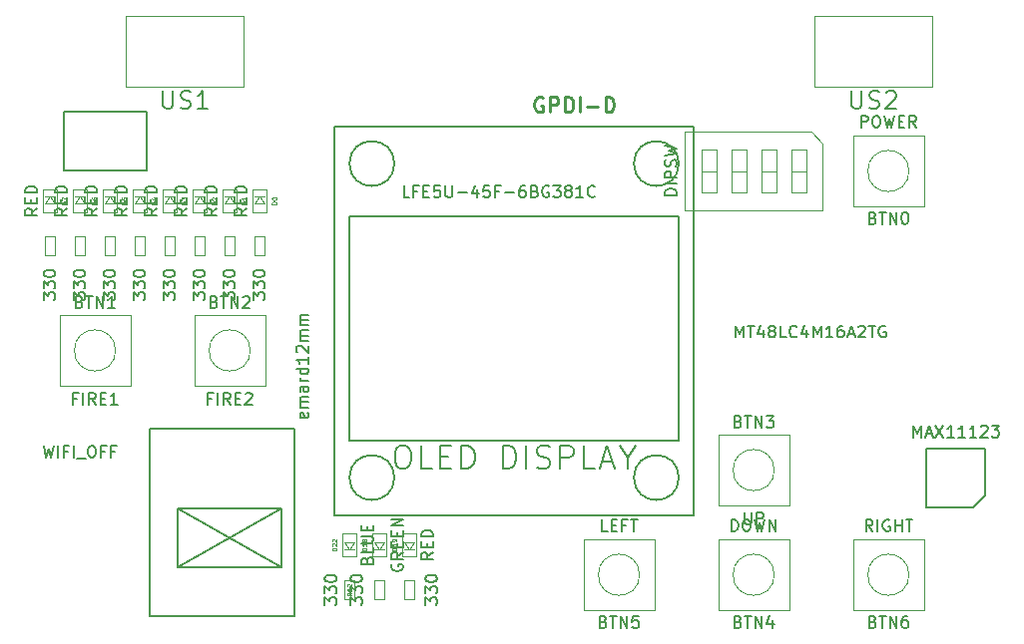
<source format=gbr>
G04 #@! TF.FileFunction,Other,Fab,Top*
%FSLAX46Y46*%
G04 Gerber Fmt 4.6, Leading zero omitted, Abs format (unit mm)*
G04 Created by KiCad (PCBNEW 4.0.7+dfsg1-1) date Sun Nov 12 23:38:18 2017*
%MOMM*%
%LPD*%
G01*
G04 APERTURE LIST*
%ADD10C,0.100000*%
%ADD11C,0.150000*%
%ADD12C,0.254000*%
%ADD13C,0.075000*%
G04 APERTURE END LIST*
D10*
D11*
X108624000Y-69080000D02*
X108624000Y-74080000D01*
X101624000Y-69080000D02*
X108624000Y-69080000D01*
X101624000Y-74080000D02*
X101624000Y-69080000D01*
X108624000Y-74080000D02*
X101624000Y-74080000D01*
D10*
X127990000Y-108880000D02*
X128790000Y-108880000D01*
X127990000Y-110480000D02*
X127990000Y-108880000D01*
X128790000Y-110480000D02*
X127990000Y-110480000D01*
X128790000Y-108880000D02*
X128790000Y-110480000D01*
X131330000Y-110480000D02*
X130530000Y-110480000D01*
X131330000Y-108880000D02*
X131330000Y-110480000D01*
X130530000Y-108880000D02*
X131330000Y-108880000D01*
X130530000Y-110480000D02*
X130530000Y-108880000D01*
X116880000Y-60925000D02*
X116880000Y-66925000D01*
X106880000Y-60925000D02*
X116880000Y-60925000D01*
X106880000Y-66925000D02*
X106880000Y-60925000D01*
X116880000Y-66925000D02*
X106880000Y-66925000D01*
X175300000Y-60925000D02*
X175300000Y-66925000D01*
X165300000Y-60925000D02*
X175300000Y-60925000D01*
X165300000Y-66925000D02*
X165300000Y-60925000D01*
X175300000Y-66925000D02*
X165300000Y-66925000D01*
X118630000Y-81270000D02*
X117830000Y-81270000D01*
X118630000Y-79670000D02*
X118630000Y-81270000D01*
X117830000Y-79670000D02*
X118630000Y-79670000D01*
X117830000Y-81270000D02*
X117830000Y-79670000D01*
X116090000Y-81270000D02*
X115290000Y-81270000D01*
X116090000Y-79670000D02*
X116090000Y-81270000D01*
X115290000Y-79670000D02*
X116090000Y-79670000D01*
X115290000Y-81270000D02*
X115290000Y-79670000D01*
X113550000Y-81270000D02*
X112750000Y-81270000D01*
X113550000Y-79670000D02*
X113550000Y-81270000D01*
X112750000Y-79670000D02*
X113550000Y-79670000D01*
X112750000Y-81270000D02*
X112750000Y-79670000D01*
X111010000Y-81270000D02*
X110210000Y-81270000D01*
X111010000Y-79670000D02*
X111010000Y-81270000D01*
X110210000Y-79670000D02*
X111010000Y-79670000D01*
X110210000Y-81270000D02*
X110210000Y-79670000D01*
X108470000Y-81270000D02*
X107670000Y-81270000D01*
X108470000Y-79670000D02*
X108470000Y-81270000D01*
X107670000Y-79670000D02*
X108470000Y-79670000D01*
X107670000Y-81270000D02*
X107670000Y-79670000D01*
X105930000Y-81270000D02*
X105130000Y-81270000D01*
X105930000Y-79670000D02*
X105930000Y-81270000D01*
X105130000Y-79670000D02*
X105930000Y-79670000D01*
X105130000Y-81270000D02*
X105130000Y-79670000D01*
X103390000Y-81270000D02*
X102590000Y-81270000D01*
X103390000Y-79670000D02*
X103390000Y-81270000D01*
X102590000Y-79670000D02*
X103390000Y-79670000D01*
X102590000Y-81270000D02*
X102590000Y-79670000D01*
X100850000Y-81270000D02*
X100050000Y-81270000D01*
X100850000Y-79670000D02*
X100850000Y-81270000D01*
X100050000Y-79670000D02*
X100850000Y-79670000D01*
X100050000Y-81270000D02*
X100050000Y-79670000D01*
D11*
X178785000Y-102655000D02*
X174785000Y-102655000D01*
X174785000Y-102655000D02*
X174785000Y-97655000D01*
X174785000Y-97655000D02*
X179785000Y-97655000D01*
X179785000Y-97655000D02*
X179785000Y-101655000D01*
X179785000Y-101655000D02*
X178785000Y-102655000D01*
X153790000Y-73485000D02*
G75*
G03X153790000Y-73485000I-1905000J0D01*
G01*
X129660000Y-73485000D02*
G75*
G03X129660000Y-73485000I-1905000J0D01*
G01*
X129660000Y-100155000D02*
G75*
G03X129660000Y-100155000I-1905000J0D01*
G01*
X153790000Y-100155000D02*
G75*
G03X153790000Y-100155000I-1905000J0D01*
G01*
X153790000Y-77930000D02*
X153790000Y-96980000D01*
X125850000Y-77930000D02*
X153790000Y-77930000D01*
X125850000Y-96980000D02*
X125850000Y-77930000D01*
X153790000Y-96980000D02*
X125850000Y-96980000D01*
X155060000Y-70310000D02*
X155060000Y-103330000D01*
X124580000Y-70310000D02*
X155060000Y-70310000D01*
X124580000Y-103330000D02*
X124580000Y-70310000D01*
X155060000Y-103330000D02*
X124580000Y-103330000D01*
D10*
X174570000Y-77120000D02*
X174570000Y-71120000D01*
X174570000Y-71120000D02*
X168570000Y-71120000D01*
X168570000Y-71120000D02*
X168570000Y-77120000D01*
X168570000Y-77120000D02*
X174570000Y-77120000D01*
X173320714Y-74120000D02*
G75*
G03X173320714Y-74120000I-1750714J0D01*
G01*
X101260000Y-86360000D02*
X101260000Y-92360000D01*
X101260000Y-92360000D02*
X107260000Y-92360000D01*
X107260000Y-92360000D02*
X107260000Y-86360000D01*
X107260000Y-86360000D02*
X101260000Y-86360000D01*
X106010714Y-89360000D02*
G75*
G03X106010714Y-89360000I-1750714J0D01*
G01*
X112690000Y-86360000D02*
X112690000Y-92360000D01*
X112690000Y-92360000D02*
X118690000Y-92360000D01*
X118690000Y-92360000D02*
X118690000Y-86360000D01*
X118690000Y-86360000D02*
X112690000Y-86360000D01*
X117440714Y-89360000D02*
G75*
G03X117440714Y-89360000I-1750714J0D01*
G01*
X157140000Y-96520000D02*
X157140000Y-102520000D01*
X157140000Y-102520000D02*
X163140000Y-102520000D01*
X163140000Y-102520000D02*
X163140000Y-96520000D01*
X163140000Y-96520000D02*
X157140000Y-96520000D01*
X161890714Y-99520000D02*
G75*
G03X161890714Y-99520000I-1750714J0D01*
G01*
X163140000Y-111410000D02*
X163140000Y-105410000D01*
X163140000Y-105410000D02*
X157140000Y-105410000D01*
X157140000Y-105410000D02*
X157140000Y-111410000D01*
X157140000Y-111410000D02*
X163140000Y-111410000D01*
X161890714Y-108410000D02*
G75*
G03X161890714Y-108410000I-1750714J0D01*
G01*
X151710000Y-111410000D02*
X151710000Y-105410000D01*
X151710000Y-105410000D02*
X145710000Y-105410000D01*
X145710000Y-105410000D02*
X145710000Y-111410000D01*
X145710000Y-111410000D02*
X151710000Y-111410000D01*
X150460714Y-108410000D02*
G75*
G03X150460714Y-108410000I-1750714J0D01*
G01*
X174570000Y-111410000D02*
X174570000Y-105410000D01*
X174570000Y-105410000D02*
X168570000Y-105410000D01*
X168570000Y-105410000D02*
X168570000Y-111410000D01*
X168570000Y-111410000D02*
X174570000Y-111410000D01*
X173320714Y-108410000D02*
G75*
G03X173320714Y-108410000I-1750714J0D01*
G01*
X166000000Y-71780000D02*
X166000000Y-77460000D01*
X166000000Y-77460000D02*
X154280000Y-77460000D01*
X154280000Y-77460000D02*
X154280000Y-70780000D01*
X154280000Y-70780000D02*
X165000000Y-70780000D01*
X165000000Y-70780000D02*
X166000000Y-71780000D01*
X164585000Y-72310000D02*
X163315000Y-72310000D01*
X163315000Y-72310000D02*
X163315000Y-75930000D01*
X163315000Y-75930000D02*
X164585000Y-75930000D01*
X164585000Y-75930000D02*
X164585000Y-72310000D01*
X164585000Y-74120000D02*
X163315000Y-74120000D01*
X162045000Y-72310000D02*
X160775000Y-72310000D01*
X160775000Y-72310000D02*
X160775000Y-75930000D01*
X160775000Y-75930000D02*
X162045000Y-75930000D01*
X162045000Y-75930000D02*
X162045000Y-72310000D01*
X162045000Y-74120000D02*
X160775000Y-74120000D01*
X159505000Y-72310000D02*
X158235000Y-72310000D01*
X158235000Y-72310000D02*
X158235000Y-75930000D01*
X158235000Y-75930000D02*
X159505000Y-75930000D01*
X159505000Y-75930000D02*
X159505000Y-72310000D01*
X159505000Y-74120000D02*
X158235000Y-74120000D01*
X156965000Y-72310000D02*
X155695000Y-72310000D01*
X155695000Y-72310000D02*
X155695000Y-75930000D01*
X155695000Y-75930000D02*
X156965000Y-75930000D01*
X156965000Y-75930000D02*
X156965000Y-72310000D01*
X156965000Y-74120000D02*
X155695000Y-74120000D01*
D11*
X120055000Y-102815000D02*
X111255000Y-107765000D01*
X120055000Y-107765000D02*
X111255000Y-102815000D01*
X120055000Y-102815000D02*
X120055000Y-107765000D01*
X111255000Y-102815000D02*
X111255000Y-107765000D01*
X111255000Y-107765000D02*
X120055000Y-107765000D01*
X120055000Y-102815000D02*
X111255000Y-102815000D01*
X121205000Y-95965000D02*
X108905000Y-95965000D01*
X121205000Y-111915000D02*
X121205000Y-95965000D01*
X108905000Y-111915000D02*
X121205000Y-111915000D01*
X108905000Y-95965000D02*
X108905000Y-111915000D01*
D10*
X125450000Y-106270000D02*
X126250000Y-106270000D01*
X125850000Y-106270000D02*
X125450000Y-105670000D01*
X126250000Y-105670000D02*
X125850000Y-106270000D01*
X125450000Y-105670000D02*
X126250000Y-105670000D01*
X126450000Y-104870000D02*
X126450000Y-106870000D01*
X125250000Y-104870000D02*
X126450000Y-104870000D01*
X125250000Y-106870000D02*
X125250000Y-104870000D01*
X126450000Y-106870000D02*
X125250000Y-106870000D01*
X125450000Y-108880000D02*
X126250000Y-108880000D01*
X125450000Y-110480000D02*
X125450000Y-108880000D01*
X126250000Y-110480000D02*
X125450000Y-110480000D01*
X126250000Y-108880000D02*
X126250000Y-110480000D01*
X127990000Y-106270000D02*
X128790000Y-106270000D01*
X128390000Y-106270000D02*
X127990000Y-105670000D01*
X128790000Y-105670000D02*
X128390000Y-106270000D01*
X127990000Y-105670000D02*
X128790000Y-105670000D01*
X128990000Y-104870000D02*
X128990000Y-106870000D01*
X127790000Y-104870000D02*
X128990000Y-104870000D01*
X127790000Y-106870000D02*
X127790000Y-104870000D01*
X128990000Y-106870000D02*
X127790000Y-106870000D01*
X118630000Y-76260000D02*
X117830000Y-76260000D01*
X118230000Y-76260000D02*
X118630000Y-76860000D01*
X117830000Y-76860000D02*
X118230000Y-76260000D01*
X118630000Y-76860000D02*
X117830000Y-76860000D01*
X117630000Y-77660000D02*
X117630000Y-75660000D01*
X118830000Y-77660000D02*
X117630000Y-77660000D01*
X118830000Y-75660000D02*
X118830000Y-77660000D01*
X117630000Y-75660000D02*
X118830000Y-75660000D01*
X116090000Y-76260000D02*
X115290000Y-76260000D01*
X115690000Y-76260000D02*
X116090000Y-76860000D01*
X115290000Y-76860000D02*
X115690000Y-76260000D01*
X116090000Y-76860000D02*
X115290000Y-76860000D01*
X115090000Y-77660000D02*
X115090000Y-75660000D01*
X116290000Y-77660000D02*
X115090000Y-77660000D01*
X116290000Y-75660000D02*
X116290000Y-77660000D01*
X115090000Y-75660000D02*
X116290000Y-75660000D01*
X113550000Y-76260000D02*
X112750000Y-76260000D01*
X113150000Y-76260000D02*
X113550000Y-76860000D01*
X112750000Y-76860000D02*
X113150000Y-76260000D01*
X113550000Y-76860000D02*
X112750000Y-76860000D01*
X112550000Y-77660000D02*
X112550000Y-75660000D01*
X113750000Y-77660000D02*
X112550000Y-77660000D01*
X113750000Y-75660000D02*
X113750000Y-77660000D01*
X112550000Y-75660000D02*
X113750000Y-75660000D01*
X111010000Y-76260000D02*
X110210000Y-76260000D01*
X110610000Y-76260000D02*
X111010000Y-76860000D01*
X110210000Y-76860000D02*
X110610000Y-76260000D01*
X111010000Y-76860000D02*
X110210000Y-76860000D01*
X110010000Y-77660000D02*
X110010000Y-75660000D01*
X111210000Y-77660000D02*
X110010000Y-77660000D01*
X111210000Y-75660000D02*
X111210000Y-77660000D01*
X110010000Y-75660000D02*
X111210000Y-75660000D01*
X108470000Y-76260000D02*
X107670000Y-76260000D01*
X108070000Y-76260000D02*
X108470000Y-76860000D01*
X107670000Y-76860000D02*
X108070000Y-76260000D01*
X108470000Y-76860000D02*
X107670000Y-76860000D01*
X107470000Y-77660000D02*
X107470000Y-75660000D01*
X108670000Y-77660000D02*
X107470000Y-77660000D01*
X108670000Y-75660000D02*
X108670000Y-77660000D01*
X107470000Y-75660000D02*
X108670000Y-75660000D01*
X105930000Y-76260000D02*
X105130000Y-76260000D01*
X105530000Y-76260000D02*
X105930000Y-76860000D01*
X105130000Y-76860000D02*
X105530000Y-76260000D01*
X105930000Y-76860000D02*
X105130000Y-76860000D01*
X104930000Y-77660000D02*
X104930000Y-75660000D01*
X106130000Y-77660000D02*
X104930000Y-77660000D01*
X106130000Y-75660000D02*
X106130000Y-77660000D01*
X104930000Y-75660000D02*
X106130000Y-75660000D01*
X103390000Y-76260000D02*
X102590000Y-76260000D01*
X102990000Y-76260000D02*
X103390000Y-76860000D01*
X102590000Y-76860000D02*
X102990000Y-76260000D01*
X103390000Y-76860000D02*
X102590000Y-76860000D01*
X102390000Y-77660000D02*
X102390000Y-75660000D01*
X103590000Y-77660000D02*
X102390000Y-77660000D01*
X103590000Y-75660000D02*
X103590000Y-77660000D01*
X102390000Y-75660000D02*
X103590000Y-75660000D01*
X100850000Y-76260000D02*
X100050000Y-76260000D01*
X100450000Y-76260000D02*
X100850000Y-76860000D01*
X100050000Y-76860000D02*
X100450000Y-76260000D01*
X100850000Y-76860000D02*
X100050000Y-76860000D01*
X99850000Y-77660000D02*
X99850000Y-75660000D01*
X101050000Y-77660000D02*
X99850000Y-77660000D01*
X101050000Y-75660000D02*
X101050000Y-77660000D01*
X99850000Y-75660000D02*
X101050000Y-75660000D01*
X130530000Y-106270000D02*
X131330000Y-106270000D01*
X130930000Y-106270000D02*
X130530000Y-105670000D01*
X131330000Y-105670000D02*
X130930000Y-106270000D01*
X130530000Y-105670000D02*
X131330000Y-105670000D01*
X131530000Y-104870000D02*
X131530000Y-106870000D01*
X130330000Y-104870000D02*
X131530000Y-104870000D01*
X130330000Y-106870000D02*
X130330000Y-104870000D01*
X131530000Y-106870000D02*
X130330000Y-106870000D01*
D11*
X158608857Y-88252381D02*
X158608857Y-87252381D01*
X158942191Y-87966667D01*
X159275524Y-87252381D01*
X159275524Y-88252381D01*
X159608857Y-87252381D02*
X160180286Y-87252381D01*
X159894571Y-88252381D02*
X159894571Y-87252381D01*
X160942191Y-87585714D02*
X160942191Y-88252381D01*
X160704095Y-87204762D02*
X160466000Y-87919048D01*
X161085048Y-87919048D01*
X161608857Y-87680952D02*
X161513619Y-87633333D01*
X161466000Y-87585714D01*
X161418381Y-87490476D01*
X161418381Y-87442857D01*
X161466000Y-87347619D01*
X161513619Y-87300000D01*
X161608857Y-87252381D01*
X161799334Y-87252381D01*
X161894572Y-87300000D01*
X161942191Y-87347619D01*
X161989810Y-87442857D01*
X161989810Y-87490476D01*
X161942191Y-87585714D01*
X161894572Y-87633333D01*
X161799334Y-87680952D01*
X161608857Y-87680952D01*
X161513619Y-87728571D01*
X161466000Y-87776190D01*
X161418381Y-87871429D01*
X161418381Y-88061905D01*
X161466000Y-88157143D01*
X161513619Y-88204762D01*
X161608857Y-88252381D01*
X161799334Y-88252381D01*
X161894572Y-88204762D01*
X161942191Y-88157143D01*
X161989810Y-88061905D01*
X161989810Y-87871429D01*
X161942191Y-87776190D01*
X161894572Y-87728571D01*
X161799334Y-87680952D01*
X162894572Y-88252381D02*
X162418381Y-88252381D01*
X162418381Y-87252381D01*
X163799334Y-88157143D02*
X163751715Y-88204762D01*
X163608858Y-88252381D01*
X163513620Y-88252381D01*
X163370762Y-88204762D01*
X163275524Y-88109524D01*
X163227905Y-88014286D01*
X163180286Y-87823810D01*
X163180286Y-87680952D01*
X163227905Y-87490476D01*
X163275524Y-87395238D01*
X163370762Y-87300000D01*
X163513620Y-87252381D01*
X163608858Y-87252381D01*
X163751715Y-87300000D01*
X163799334Y-87347619D01*
X164656477Y-87585714D02*
X164656477Y-88252381D01*
X164418381Y-87204762D02*
X164180286Y-87919048D01*
X164799334Y-87919048D01*
X165180286Y-88252381D02*
X165180286Y-87252381D01*
X165513620Y-87966667D01*
X165846953Y-87252381D01*
X165846953Y-88252381D01*
X166846953Y-88252381D02*
X166275524Y-88252381D01*
X166561238Y-88252381D02*
X166561238Y-87252381D01*
X166466000Y-87395238D01*
X166370762Y-87490476D01*
X166275524Y-87538095D01*
X167704096Y-87252381D02*
X167513619Y-87252381D01*
X167418381Y-87300000D01*
X167370762Y-87347619D01*
X167275524Y-87490476D01*
X167227905Y-87680952D01*
X167227905Y-88061905D01*
X167275524Y-88157143D01*
X167323143Y-88204762D01*
X167418381Y-88252381D01*
X167608858Y-88252381D01*
X167704096Y-88204762D01*
X167751715Y-88157143D01*
X167799334Y-88061905D01*
X167799334Y-87823810D01*
X167751715Y-87728571D01*
X167704096Y-87680952D01*
X167608858Y-87633333D01*
X167418381Y-87633333D01*
X167323143Y-87680952D01*
X167275524Y-87728571D01*
X167227905Y-87823810D01*
X168180286Y-87966667D02*
X168656477Y-87966667D01*
X168085048Y-88252381D02*
X168418381Y-87252381D01*
X168751715Y-88252381D01*
X169037429Y-87347619D02*
X169085048Y-87300000D01*
X169180286Y-87252381D01*
X169418382Y-87252381D01*
X169513620Y-87300000D01*
X169561239Y-87347619D01*
X169608858Y-87442857D01*
X169608858Y-87538095D01*
X169561239Y-87680952D01*
X168989810Y-88252381D01*
X169608858Y-88252381D01*
X169894572Y-87252381D02*
X170466001Y-87252381D01*
X170180286Y-88252381D02*
X170180286Y-87252381D01*
X171323144Y-87300000D02*
X171227906Y-87252381D01*
X171085049Y-87252381D01*
X170942191Y-87300000D01*
X170846953Y-87395238D01*
X170799334Y-87490476D01*
X170751715Y-87680952D01*
X170751715Y-87823810D01*
X170799334Y-88014286D01*
X170846953Y-88109524D01*
X170942191Y-88204762D01*
X171085049Y-88252381D01*
X171180287Y-88252381D01*
X171323144Y-88204762D01*
X171370763Y-88157143D01*
X171370763Y-87823810D01*
X171180287Y-87823810D01*
X99894762Y-97448381D02*
X100132857Y-98448381D01*
X100323334Y-97734095D01*
X100513810Y-98448381D01*
X100751905Y-97448381D01*
X101132857Y-98448381D02*
X101132857Y-97448381D01*
X101942381Y-97924571D02*
X101609047Y-97924571D01*
X101609047Y-98448381D02*
X101609047Y-97448381D01*
X102085238Y-97448381D01*
X102466190Y-98448381D02*
X102466190Y-97448381D01*
X102704285Y-98543619D02*
X103466190Y-98543619D01*
X103894761Y-97448381D02*
X104085238Y-97448381D01*
X104180476Y-97496000D01*
X104275714Y-97591238D01*
X104323333Y-97781714D01*
X104323333Y-98115048D01*
X104275714Y-98305524D01*
X104180476Y-98400762D01*
X104085238Y-98448381D01*
X103894761Y-98448381D01*
X103799523Y-98400762D01*
X103704285Y-98305524D01*
X103656666Y-98115048D01*
X103656666Y-97781714D01*
X103704285Y-97591238D01*
X103799523Y-97496000D01*
X103894761Y-97448381D01*
X105085238Y-97924571D02*
X104751904Y-97924571D01*
X104751904Y-98448381D02*
X104751904Y-97448381D01*
X105228095Y-97448381D01*
X105942381Y-97924571D02*
X105609047Y-97924571D01*
X105609047Y-98448381D02*
X105609047Y-97448381D01*
X106085238Y-97448381D01*
X125942381Y-110965714D02*
X125942381Y-110346666D01*
X126323333Y-110680000D01*
X126323333Y-110537142D01*
X126370952Y-110441904D01*
X126418571Y-110394285D01*
X126513810Y-110346666D01*
X126751905Y-110346666D01*
X126847143Y-110394285D01*
X126894762Y-110441904D01*
X126942381Y-110537142D01*
X126942381Y-110822857D01*
X126894762Y-110918095D01*
X126847143Y-110965714D01*
X125942381Y-110013333D02*
X125942381Y-109394285D01*
X126323333Y-109727619D01*
X126323333Y-109584761D01*
X126370952Y-109489523D01*
X126418571Y-109441904D01*
X126513810Y-109394285D01*
X126751905Y-109394285D01*
X126847143Y-109441904D01*
X126894762Y-109489523D01*
X126942381Y-109584761D01*
X126942381Y-109870476D01*
X126894762Y-109965714D01*
X126847143Y-110013333D01*
X125942381Y-108775238D02*
X125942381Y-108679999D01*
X125990000Y-108584761D01*
X126037619Y-108537142D01*
X126132857Y-108489523D01*
X126323333Y-108441904D01*
X126561429Y-108441904D01*
X126751905Y-108489523D01*
X126847143Y-108537142D01*
X126894762Y-108584761D01*
X126942381Y-108679999D01*
X126942381Y-108775238D01*
X126894762Y-108870476D01*
X126847143Y-108918095D01*
X126751905Y-108965714D01*
X126561429Y-109013333D01*
X126323333Y-109013333D01*
X126132857Y-108965714D01*
X126037619Y-108918095D01*
X125990000Y-108870476D01*
X125942381Y-108775238D01*
X132282381Y-110965714D02*
X132282381Y-110346666D01*
X132663333Y-110680000D01*
X132663333Y-110537142D01*
X132710952Y-110441904D01*
X132758571Y-110394285D01*
X132853810Y-110346666D01*
X133091905Y-110346666D01*
X133187143Y-110394285D01*
X133234762Y-110441904D01*
X133282381Y-110537142D01*
X133282381Y-110822857D01*
X133234762Y-110918095D01*
X133187143Y-110965714D01*
X132282381Y-110013333D02*
X132282381Y-109394285D01*
X132663333Y-109727619D01*
X132663333Y-109584761D01*
X132710952Y-109489523D01*
X132758571Y-109441904D01*
X132853810Y-109394285D01*
X133091905Y-109394285D01*
X133187143Y-109441904D01*
X133234762Y-109489523D01*
X133282381Y-109584761D01*
X133282381Y-109870476D01*
X133234762Y-109965714D01*
X133187143Y-110013333D01*
X132282381Y-108775238D02*
X132282381Y-108679999D01*
X132330000Y-108584761D01*
X132377619Y-108537142D01*
X132472857Y-108489523D01*
X132663333Y-108441904D01*
X132901429Y-108441904D01*
X133091905Y-108489523D01*
X133187143Y-108537142D01*
X133234762Y-108584761D01*
X133282381Y-108679999D01*
X133282381Y-108775238D01*
X133234762Y-108870476D01*
X133187143Y-108918095D01*
X133091905Y-108965714D01*
X132901429Y-109013333D01*
X132663333Y-109013333D01*
X132472857Y-108965714D01*
X132377619Y-108918095D01*
X132330000Y-108870476D01*
X132282381Y-108775238D01*
X110022858Y-67329571D02*
X110022858Y-68543857D01*
X110094286Y-68686714D01*
X110165715Y-68758143D01*
X110308572Y-68829571D01*
X110594286Y-68829571D01*
X110737144Y-68758143D01*
X110808572Y-68686714D01*
X110880001Y-68543857D01*
X110880001Y-67329571D01*
X111522858Y-68758143D02*
X111737144Y-68829571D01*
X112094287Y-68829571D01*
X112237144Y-68758143D01*
X112308573Y-68686714D01*
X112380001Y-68543857D01*
X112380001Y-68401000D01*
X112308573Y-68258143D01*
X112237144Y-68186714D01*
X112094287Y-68115286D01*
X111808573Y-68043857D01*
X111665715Y-67972429D01*
X111594287Y-67901000D01*
X111522858Y-67758143D01*
X111522858Y-67615286D01*
X111594287Y-67472429D01*
X111665715Y-67401000D01*
X111808573Y-67329571D01*
X112165715Y-67329571D01*
X112380001Y-67401000D01*
X113808572Y-68829571D02*
X112951429Y-68829571D01*
X113380001Y-68829571D02*
X113380001Y-67329571D01*
X113237144Y-67543857D01*
X113094286Y-67686714D01*
X112951429Y-67758143D01*
X168442858Y-67329571D02*
X168442858Y-68543857D01*
X168514286Y-68686714D01*
X168585715Y-68758143D01*
X168728572Y-68829571D01*
X169014286Y-68829571D01*
X169157144Y-68758143D01*
X169228572Y-68686714D01*
X169300001Y-68543857D01*
X169300001Y-67329571D01*
X169942858Y-68758143D02*
X170157144Y-68829571D01*
X170514287Y-68829571D01*
X170657144Y-68758143D01*
X170728573Y-68686714D01*
X170800001Y-68543857D01*
X170800001Y-68401000D01*
X170728573Y-68258143D01*
X170657144Y-68186714D01*
X170514287Y-68115286D01*
X170228573Y-68043857D01*
X170085715Y-67972429D01*
X170014287Y-67901000D01*
X169942858Y-67758143D01*
X169942858Y-67615286D01*
X170014287Y-67472429D01*
X170085715Y-67401000D01*
X170228573Y-67329571D01*
X170585715Y-67329571D01*
X170800001Y-67401000D01*
X171371429Y-67472429D02*
X171442858Y-67401000D01*
X171585715Y-67329571D01*
X171942858Y-67329571D01*
X172085715Y-67401000D01*
X172157144Y-67472429D01*
X172228572Y-67615286D01*
X172228572Y-67758143D01*
X172157144Y-67972429D01*
X171300001Y-68829571D01*
X172228572Y-68829571D01*
X117682381Y-85057714D02*
X117682381Y-84438666D01*
X118063333Y-84772000D01*
X118063333Y-84629142D01*
X118110952Y-84533904D01*
X118158571Y-84486285D01*
X118253810Y-84438666D01*
X118491905Y-84438666D01*
X118587143Y-84486285D01*
X118634762Y-84533904D01*
X118682381Y-84629142D01*
X118682381Y-84914857D01*
X118634762Y-85010095D01*
X118587143Y-85057714D01*
X117682381Y-84105333D02*
X117682381Y-83486285D01*
X118063333Y-83819619D01*
X118063333Y-83676761D01*
X118110952Y-83581523D01*
X118158571Y-83533904D01*
X118253810Y-83486285D01*
X118491905Y-83486285D01*
X118587143Y-83533904D01*
X118634762Y-83581523D01*
X118682381Y-83676761D01*
X118682381Y-83962476D01*
X118634762Y-84057714D01*
X118587143Y-84105333D01*
X117682381Y-82867238D02*
X117682381Y-82771999D01*
X117730000Y-82676761D01*
X117777619Y-82629142D01*
X117872857Y-82581523D01*
X118063333Y-82533904D01*
X118301429Y-82533904D01*
X118491905Y-82581523D01*
X118587143Y-82629142D01*
X118634762Y-82676761D01*
X118682381Y-82771999D01*
X118682381Y-82867238D01*
X118634762Y-82962476D01*
X118587143Y-83010095D01*
X118491905Y-83057714D01*
X118301429Y-83105333D01*
X118063333Y-83105333D01*
X117872857Y-83057714D01*
X117777619Y-83010095D01*
X117730000Y-82962476D01*
X117682381Y-82867238D01*
X115142381Y-85057714D02*
X115142381Y-84438666D01*
X115523333Y-84772000D01*
X115523333Y-84629142D01*
X115570952Y-84533904D01*
X115618571Y-84486285D01*
X115713810Y-84438666D01*
X115951905Y-84438666D01*
X116047143Y-84486285D01*
X116094762Y-84533904D01*
X116142381Y-84629142D01*
X116142381Y-84914857D01*
X116094762Y-85010095D01*
X116047143Y-85057714D01*
X115142381Y-84105333D02*
X115142381Y-83486285D01*
X115523333Y-83819619D01*
X115523333Y-83676761D01*
X115570952Y-83581523D01*
X115618571Y-83533904D01*
X115713810Y-83486285D01*
X115951905Y-83486285D01*
X116047143Y-83533904D01*
X116094762Y-83581523D01*
X116142381Y-83676761D01*
X116142381Y-83962476D01*
X116094762Y-84057714D01*
X116047143Y-84105333D01*
X115142381Y-82867238D02*
X115142381Y-82771999D01*
X115190000Y-82676761D01*
X115237619Y-82629142D01*
X115332857Y-82581523D01*
X115523333Y-82533904D01*
X115761429Y-82533904D01*
X115951905Y-82581523D01*
X116047143Y-82629142D01*
X116094762Y-82676761D01*
X116142381Y-82771999D01*
X116142381Y-82867238D01*
X116094762Y-82962476D01*
X116047143Y-83010095D01*
X115951905Y-83057714D01*
X115761429Y-83105333D01*
X115523333Y-83105333D01*
X115332857Y-83057714D01*
X115237619Y-83010095D01*
X115190000Y-82962476D01*
X115142381Y-82867238D01*
X112602381Y-85057714D02*
X112602381Y-84438666D01*
X112983333Y-84772000D01*
X112983333Y-84629142D01*
X113030952Y-84533904D01*
X113078571Y-84486285D01*
X113173810Y-84438666D01*
X113411905Y-84438666D01*
X113507143Y-84486285D01*
X113554762Y-84533904D01*
X113602381Y-84629142D01*
X113602381Y-84914857D01*
X113554762Y-85010095D01*
X113507143Y-85057714D01*
X112602381Y-84105333D02*
X112602381Y-83486285D01*
X112983333Y-83819619D01*
X112983333Y-83676761D01*
X113030952Y-83581523D01*
X113078571Y-83533904D01*
X113173810Y-83486285D01*
X113411905Y-83486285D01*
X113507143Y-83533904D01*
X113554762Y-83581523D01*
X113602381Y-83676761D01*
X113602381Y-83962476D01*
X113554762Y-84057714D01*
X113507143Y-84105333D01*
X112602381Y-82867238D02*
X112602381Y-82771999D01*
X112650000Y-82676761D01*
X112697619Y-82629142D01*
X112792857Y-82581523D01*
X112983333Y-82533904D01*
X113221429Y-82533904D01*
X113411905Y-82581523D01*
X113507143Y-82629142D01*
X113554762Y-82676761D01*
X113602381Y-82771999D01*
X113602381Y-82867238D01*
X113554762Y-82962476D01*
X113507143Y-83010095D01*
X113411905Y-83057714D01*
X113221429Y-83105333D01*
X112983333Y-83105333D01*
X112792857Y-83057714D01*
X112697619Y-83010095D01*
X112650000Y-82962476D01*
X112602381Y-82867238D01*
X110062381Y-85057714D02*
X110062381Y-84438666D01*
X110443333Y-84772000D01*
X110443333Y-84629142D01*
X110490952Y-84533904D01*
X110538571Y-84486285D01*
X110633810Y-84438666D01*
X110871905Y-84438666D01*
X110967143Y-84486285D01*
X111014762Y-84533904D01*
X111062381Y-84629142D01*
X111062381Y-84914857D01*
X111014762Y-85010095D01*
X110967143Y-85057714D01*
X110062381Y-84105333D02*
X110062381Y-83486285D01*
X110443333Y-83819619D01*
X110443333Y-83676761D01*
X110490952Y-83581523D01*
X110538571Y-83533904D01*
X110633810Y-83486285D01*
X110871905Y-83486285D01*
X110967143Y-83533904D01*
X111014762Y-83581523D01*
X111062381Y-83676761D01*
X111062381Y-83962476D01*
X111014762Y-84057714D01*
X110967143Y-84105333D01*
X110062381Y-82867238D02*
X110062381Y-82771999D01*
X110110000Y-82676761D01*
X110157619Y-82629142D01*
X110252857Y-82581523D01*
X110443333Y-82533904D01*
X110681429Y-82533904D01*
X110871905Y-82581523D01*
X110967143Y-82629142D01*
X111014762Y-82676761D01*
X111062381Y-82771999D01*
X111062381Y-82867238D01*
X111014762Y-82962476D01*
X110967143Y-83010095D01*
X110871905Y-83057714D01*
X110681429Y-83105333D01*
X110443333Y-83105333D01*
X110252857Y-83057714D01*
X110157619Y-83010095D01*
X110110000Y-82962476D01*
X110062381Y-82867238D01*
X107522381Y-85057714D02*
X107522381Y-84438666D01*
X107903333Y-84772000D01*
X107903333Y-84629142D01*
X107950952Y-84533904D01*
X107998571Y-84486285D01*
X108093810Y-84438666D01*
X108331905Y-84438666D01*
X108427143Y-84486285D01*
X108474762Y-84533904D01*
X108522381Y-84629142D01*
X108522381Y-84914857D01*
X108474762Y-85010095D01*
X108427143Y-85057714D01*
X107522381Y-84105333D02*
X107522381Y-83486285D01*
X107903333Y-83819619D01*
X107903333Y-83676761D01*
X107950952Y-83581523D01*
X107998571Y-83533904D01*
X108093810Y-83486285D01*
X108331905Y-83486285D01*
X108427143Y-83533904D01*
X108474762Y-83581523D01*
X108522381Y-83676761D01*
X108522381Y-83962476D01*
X108474762Y-84057714D01*
X108427143Y-84105333D01*
X107522381Y-82867238D02*
X107522381Y-82771999D01*
X107570000Y-82676761D01*
X107617619Y-82629142D01*
X107712857Y-82581523D01*
X107903333Y-82533904D01*
X108141429Y-82533904D01*
X108331905Y-82581523D01*
X108427143Y-82629142D01*
X108474762Y-82676761D01*
X108522381Y-82771999D01*
X108522381Y-82867238D01*
X108474762Y-82962476D01*
X108427143Y-83010095D01*
X108331905Y-83057714D01*
X108141429Y-83105333D01*
X107903333Y-83105333D01*
X107712857Y-83057714D01*
X107617619Y-83010095D01*
X107570000Y-82962476D01*
X107522381Y-82867238D01*
X104982381Y-85057714D02*
X104982381Y-84438666D01*
X105363333Y-84772000D01*
X105363333Y-84629142D01*
X105410952Y-84533904D01*
X105458571Y-84486285D01*
X105553810Y-84438666D01*
X105791905Y-84438666D01*
X105887143Y-84486285D01*
X105934762Y-84533904D01*
X105982381Y-84629142D01*
X105982381Y-84914857D01*
X105934762Y-85010095D01*
X105887143Y-85057714D01*
X104982381Y-84105333D02*
X104982381Y-83486285D01*
X105363333Y-83819619D01*
X105363333Y-83676761D01*
X105410952Y-83581523D01*
X105458571Y-83533904D01*
X105553810Y-83486285D01*
X105791905Y-83486285D01*
X105887143Y-83533904D01*
X105934762Y-83581523D01*
X105982381Y-83676761D01*
X105982381Y-83962476D01*
X105934762Y-84057714D01*
X105887143Y-84105333D01*
X104982381Y-82867238D02*
X104982381Y-82771999D01*
X105030000Y-82676761D01*
X105077619Y-82629142D01*
X105172857Y-82581523D01*
X105363333Y-82533904D01*
X105601429Y-82533904D01*
X105791905Y-82581523D01*
X105887143Y-82629142D01*
X105934762Y-82676761D01*
X105982381Y-82771999D01*
X105982381Y-82867238D01*
X105934762Y-82962476D01*
X105887143Y-83010095D01*
X105791905Y-83057714D01*
X105601429Y-83105333D01*
X105363333Y-83105333D01*
X105172857Y-83057714D01*
X105077619Y-83010095D01*
X105030000Y-82962476D01*
X104982381Y-82867238D01*
X102442381Y-85057714D02*
X102442381Y-84438666D01*
X102823333Y-84772000D01*
X102823333Y-84629142D01*
X102870952Y-84533904D01*
X102918571Y-84486285D01*
X103013810Y-84438666D01*
X103251905Y-84438666D01*
X103347143Y-84486285D01*
X103394762Y-84533904D01*
X103442381Y-84629142D01*
X103442381Y-84914857D01*
X103394762Y-85010095D01*
X103347143Y-85057714D01*
X102442381Y-84105333D02*
X102442381Y-83486285D01*
X102823333Y-83819619D01*
X102823333Y-83676761D01*
X102870952Y-83581523D01*
X102918571Y-83533904D01*
X103013810Y-83486285D01*
X103251905Y-83486285D01*
X103347143Y-83533904D01*
X103394762Y-83581523D01*
X103442381Y-83676761D01*
X103442381Y-83962476D01*
X103394762Y-84057714D01*
X103347143Y-84105333D01*
X102442381Y-82867238D02*
X102442381Y-82771999D01*
X102490000Y-82676761D01*
X102537619Y-82629142D01*
X102632857Y-82581523D01*
X102823333Y-82533904D01*
X103061429Y-82533904D01*
X103251905Y-82581523D01*
X103347143Y-82629142D01*
X103394762Y-82676761D01*
X103442381Y-82771999D01*
X103442381Y-82867238D01*
X103394762Y-82962476D01*
X103347143Y-83010095D01*
X103251905Y-83057714D01*
X103061429Y-83105333D01*
X102823333Y-83105333D01*
X102632857Y-83057714D01*
X102537619Y-83010095D01*
X102490000Y-82962476D01*
X102442381Y-82867238D01*
X99902381Y-85057714D02*
X99902381Y-84438666D01*
X100283333Y-84772000D01*
X100283333Y-84629142D01*
X100330952Y-84533904D01*
X100378571Y-84486285D01*
X100473810Y-84438666D01*
X100711905Y-84438666D01*
X100807143Y-84486285D01*
X100854762Y-84533904D01*
X100902381Y-84629142D01*
X100902381Y-84914857D01*
X100854762Y-85010095D01*
X100807143Y-85057714D01*
X99902381Y-84105333D02*
X99902381Y-83486285D01*
X100283333Y-83819619D01*
X100283333Y-83676761D01*
X100330952Y-83581523D01*
X100378571Y-83533904D01*
X100473810Y-83486285D01*
X100711905Y-83486285D01*
X100807143Y-83533904D01*
X100854762Y-83581523D01*
X100902381Y-83676761D01*
X100902381Y-83962476D01*
X100854762Y-84057714D01*
X100807143Y-84105333D01*
X99902381Y-82867238D02*
X99902381Y-82771999D01*
X99950000Y-82676761D01*
X99997619Y-82629142D01*
X100092857Y-82581523D01*
X100283333Y-82533904D01*
X100521429Y-82533904D01*
X100711905Y-82581523D01*
X100807143Y-82629142D01*
X100854762Y-82676761D01*
X100902381Y-82771999D01*
X100902381Y-82867238D01*
X100854762Y-82962476D01*
X100807143Y-83010095D01*
X100711905Y-83057714D01*
X100521429Y-83105333D01*
X100283333Y-83105333D01*
X100092857Y-83057714D01*
X99997619Y-83010095D01*
X99950000Y-82962476D01*
X99902381Y-82867238D01*
X173665952Y-96732381D02*
X173665952Y-95732381D01*
X173999286Y-96446667D01*
X174332619Y-95732381D01*
X174332619Y-96732381D01*
X174761190Y-96446667D02*
X175237381Y-96446667D01*
X174665952Y-96732381D02*
X174999285Y-95732381D01*
X175332619Y-96732381D01*
X175570714Y-95732381D02*
X176237381Y-96732381D01*
X176237381Y-95732381D02*
X175570714Y-96732381D01*
X177142143Y-96732381D02*
X176570714Y-96732381D01*
X176856428Y-96732381D02*
X176856428Y-95732381D01*
X176761190Y-95875238D01*
X176665952Y-95970476D01*
X176570714Y-96018095D01*
X178094524Y-96732381D02*
X177523095Y-96732381D01*
X177808809Y-96732381D02*
X177808809Y-95732381D01*
X177713571Y-95875238D01*
X177618333Y-95970476D01*
X177523095Y-96018095D01*
X179046905Y-96732381D02*
X178475476Y-96732381D01*
X178761190Y-96732381D02*
X178761190Y-95732381D01*
X178665952Y-95875238D01*
X178570714Y-95970476D01*
X178475476Y-96018095D01*
X179427857Y-95827619D02*
X179475476Y-95780000D01*
X179570714Y-95732381D01*
X179808810Y-95732381D01*
X179904048Y-95780000D01*
X179951667Y-95827619D01*
X179999286Y-95922857D01*
X179999286Y-96018095D01*
X179951667Y-96160952D01*
X179380238Y-96732381D01*
X179999286Y-96732381D01*
X180332619Y-95732381D02*
X180951667Y-95732381D01*
X180618333Y-96113333D01*
X180761191Y-96113333D01*
X180856429Y-96160952D01*
X180904048Y-96208571D01*
X180951667Y-96303810D01*
X180951667Y-96541905D01*
X180904048Y-96637143D01*
X180856429Y-96684762D01*
X180761191Y-96732381D01*
X180475476Y-96732381D01*
X180380238Y-96684762D01*
X180332619Y-96637143D01*
X130200952Y-97408762D02*
X130581904Y-97408762D01*
X130772380Y-97504000D01*
X130962857Y-97694476D01*
X131058095Y-98075429D01*
X131058095Y-98742095D01*
X130962857Y-99123048D01*
X130772380Y-99313524D01*
X130581904Y-99408762D01*
X130200952Y-99408762D01*
X130010476Y-99313524D01*
X129819999Y-99123048D01*
X129724761Y-98742095D01*
X129724761Y-98075429D01*
X129819999Y-97694476D01*
X130010476Y-97504000D01*
X130200952Y-97408762D01*
X132867618Y-99408762D02*
X131915237Y-99408762D01*
X131915237Y-97408762D01*
X133534285Y-98361143D02*
X134200952Y-98361143D01*
X134486666Y-99408762D02*
X133534285Y-99408762D01*
X133534285Y-97408762D01*
X134486666Y-97408762D01*
X135343809Y-99408762D02*
X135343809Y-97408762D01*
X135820000Y-97408762D01*
X136105714Y-97504000D01*
X136296190Y-97694476D01*
X136391429Y-97884952D01*
X136486667Y-98265905D01*
X136486667Y-98551619D01*
X136391429Y-98932571D01*
X136296190Y-99123048D01*
X136105714Y-99313524D01*
X135820000Y-99408762D01*
X135343809Y-99408762D01*
X138867619Y-99408762D02*
X138867619Y-97408762D01*
X139343810Y-97408762D01*
X139629524Y-97504000D01*
X139820000Y-97694476D01*
X139915239Y-97884952D01*
X140010477Y-98265905D01*
X140010477Y-98551619D01*
X139915239Y-98932571D01*
X139820000Y-99123048D01*
X139629524Y-99313524D01*
X139343810Y-99408762D01*
X138867619Y-99408762D01*
X140867619Y-99408762D02*
X140867619Y-97408762D01*
X141724762Y-99313524D02*
X142010477Y-99408762D01*
X142486667Y-99408762D01*
X142677143Y-99313524D01*
X142772381Y-99218286D01*
X142867620Y-99027810D01*
X142867620Y-98837333D01*
X142772381Y-98646857D01*
X142677143Y-98551619D01*
X142486667Y-98456381D01*
X142105715Y-98361143D01*
X141915239Y-98265905D01*
X141820000Y-98170667D01*
X141724762Y-97980190D01*
X141724762Y-97789714D01*
X141820000Y-97599238D01*
X141915239Y-97504000D01*
X142105715Y-97408762D01*
X142581905Y-97408762D01*
X142867620Y-97504000D01*
X143724762Y-99408762D02*
X143724762Y-97408762D01*
X144486667Y-97408762D01*
X144677143Y-97504000D01*
X144772382Y-97599238D01*
X144867620Y-97789714D01*
X144867620Y-98075429D01*
X144772382Y-98265905D01*
X144677143Y-98361143D01*
X144486667Y-98456381D01*
X143724762Y-98456381D01*
X146677143Y-99408762D02*
X145724762Y-99408762D01*
X145724762Y-97408762D01*
X147248572Y-98837333D02*
X148200953Y-98837333D01*
X147058096Y-99408762D02*
X147724763Y-97408762D01*
X148391430Y-99408762D01*
X149439049Y-98456381D02*
X149439049Y-99408762D01*
X148772382Y-97408762D02*
X149439049Y-98456381D01*
X150105716Y-97408762D01*
D12*
X142239048Y-67897000D02*
X142118096Y-67836524D01*
X141936667Y-67836524D01*
X141755239Y-67897000D01*
X141634286Y-68017952D01*
X141573810Y-68138905D01*
X141513334Y-68380810D01*
X141513334Y-68562238D01*
X141573810Y-68804143D01*
X141634286Y-68925095D01*
X141755239Y-69046048D01*
X141936667Y-69106524D01*
X142057619Y-69106524D01*
X142239048Y-69046048D01*
X142299524Y-68985571D01*
X142299524Y-68562238D01*
X142057619Y-68562238D01*
X142843810Y-69106524D02*
X142843810Y-67836524D01*
X143327619Y-67836524D01*
X143448572Y-67897000D01*
X143509048Y-67957476D01*
X143569524Y-68078429D01*
X143569524Y-68259857D01*
X143509048Y-68380810D01*
X143448572Y-68441286D01*
X143327619Y-68501762D01*
X142843810Y-68501762D01*
X144113810Y-69106524D02*
X144113810Y-67836524D01*
X144416191Y-67836524D01*
X144597619Y-67897000D01*
X144718572Y-68017952D01*
X144779048Y-68138905D01*
X144839524Y-68380810D01*
X144839524Y-68562238D01*
X144779048Y-68804143D01*
X144718572Y-68925095D01*
X144597619Y-69046048D01*
X144416191Y-69106524D01*
X144113810Y-69106524D01*
X145383810Y-69106524D02*
X145383810Y-67836524D01*
X145988572Y-68622714D02*
X146956191Y-68622714D01*
X147560953Y-69106524D02*
X147560953Y-67836524D01*
X147863334Y-67836524D01*
X148044762Y-67897000D01*
X148165715Y-68017952D01*
X148226191Y-68138905D01*
X148286667Y-68380810D01*
X148286667Y-68562238D01*
X148226191Y-68804143D01*
X148165715Y-68925095D01*
X148044762Y-69046048D01*
X147863334Y-69106524D01*
X147560953Y-69106524D01*
D11*
X169260476Y-70422381D02*
X169260476Y-69422381D01*
X169641429Y-69422381D01*
X169736667Y-69470000D01*
X169784286Y-69517619D01*
X169831905Y-69612857D01*
X169831905Y-69755714D01*
X169784286Y-69850952D01*
X169736667Y-69898571D01*
X169641429Y-69946190D01*
X169260476Y-69946190D01*
X170450952Y-69422381D02*
X170641429Y-69422381D01*
X170736667Y-69470000D01*
X170831905Y-69565238D01*
X170879524Y-69755714D01*
X170879524Y-70089048D01*
X170831905Y-70279524D01*
X170736667Y-70374762D01*
X170641429Y-70422381D01*
X170450952Y-70422381D01*
X170355714Y-70374762D01*
X170260476Y-70279524D01*
X170212857Y-70089048D01*
X170212857Y-69755714D01*
X170260476Y-69565238D01*
X170355714Y-69470000D01*
X170450952Y-69422381D01*
X171212857Y-69422381D02*
X171450952Y-70422381D01*
X171641429Y-69708095D01*
X171831905Y-70422381D01*
X172070000Y-69422381D01*
X172450952Y-69898571D02*
X172784286Y-69898571D01*
X172927143Y-70422381D02*
X172450952Y-70422381D01*
X172450952Y-69422381D01*
X172927143Y-69422381D01*
X173927143Y-70422381D02*
X173593809Y-69946190D01*
X173355714Y-70422381D02*
X173355714Y-69422381D01*
X173736667Y-69422381D01*
X173831905Y-69470000D01*
X173879524Y-69517619D01*
X173927143Y-69612857D01*
X173927143Y-69755714D01*
X173879524Y-69850952D01*
X173831905Y-69898571D01*
X173736667Y-69946190D01*
X173355714Y-69946190D01*
X170260477Y-78098571D02*
X170403334Y-78146190D01*
X170450953Y-78193810D01*
X170498572Y-78289048D01*
X170498572Y-78431905D01*
X170450953Y-78527143D01*
X170403334Y-78574762D01*
X170308096Y-78622381D01*
X169927143Y-78622381D01*
X169927143Y-77622381D01*
X170260477Y-77622381D01*
X170355715Y-77670000D01*
X170403334Y-77717619D01*
X170450953Y-77812857D01*
X170450953Y-77908095D01*
X170403334Y-78003333D01*
X170355715Y-78050952D01*
X170260477Y-78098571D01*
X169927143Y-78098571D01*
X170784286Y-77622381D02*
X171355715Y-77622381D01*
X171070000Y-78622381D02*
X171070000Y-77622381D01*
X171689048Y-78622381D02*
X171689048Y-77622381D01*
X172260477Y-78622381D01*
X172260477Y-77622381D01*
X172927143Y-77622381D02*
X173022382Y-77622381D01*
X173117620Y-77670000D01*
X173165239Y-77717619D01*
X173212858Y-77812857D01*
X173260477Y-78003333D01*
X173260477Y-78241429D01*
X173212858Y-78431905D01*
X173165239Y-78527143D01*
X173117620Y-78574762D01*
X173022382Y-78622381D01*
X172927143Y-78622381D01*
X172831905Y-78574762D01*
X172784286Y-78527143D01*
X172736667Y-78431905D01*
X172689048Y-78241429D01*
X172689048Y-78003333D01*
X172736667Y-77812857D01*
X172784286Y-77717619D01*
X172831905Y-77670000D01*
X172927143Y-77622381D01*
X102736191Y-93438571D02*
X102402857Y-93438571D01*
X102402857Y-93962381D02*
X102402857Y-92962381D01*
X102879048Y-92962381D01*
X103260000Y-93962381D02*
X103260000Y-92962381D01*
X104307619Y-93962381D02*
X103974285Y-93486190D01*
X103736190Y-93962381D02*
X103736190Y-92962381D01*
X104117143Y-92962381D01*
X104212381Y-93010000D01*
X104260000Y-93057619D01*
X104307619Y-93152857D01*
X104307619Y-93295714D01*
X104260000Y-93390952D01*
X104212381Y-93438571D01*
X104117143Y-93486190D01*
X103736190Y-93486190D01*
X104736190Y-93438571D02*
X105069524Y-93438571D01*
X105212381Y-93962381D02*
X104736190Y-93962381D01*
X104736190Y-92962381D01*
X105212381Y-92962381D01*
X106164762Y-93962381D02*
X105593333Y-93962381D01*
X105879047Y-93962381D02*
X105879047Y-92962381D01*
X105783809Y-93105238D01*
X105688571Y-93200476D01*
X105593333Y-93248095D01*
X102950477Y-85238571D02*
X103093334Y-85286190D01*
X103140953Y-85333810D01*
X103188572Y-85429048D01*
X103188572Y-85571905D01*
X103140953Y-85667143D01*
X103093334Y-85714762D01*
X102998096Y-85762381D01*
X102617143Y-85762381D01*
X102617143Y-84762381D01*
X102950477Y-84762381D01*
X103045715Y-84810000D01*
X103093334Y-84857619D01*
X103140953Y-84952857D01*
X103140953Y-85048095D01*
X103093334Y-85143333D01*
X103045715Y-85190952D01*
X102950477Y-85238571D01*
X102617143Y-85238571D01*
X103474286Y-84762381D02*
X104045715Y-84762381D01*
X103760000Y-85762381D02*
X103760000Y-84762381D01*
X104379048Y-85762381D02*
X104379048Y-84762381D01*
X104950477Y-85762381D01*
X104950477Y-84762381D01*
X105950477Y-85762381D02*
X105379048Y-85762381D01*
X105664762Y-85762381D02*
X105664762Y-84762381D01*
X105569524Y-84905238D01*
X105474286Y-85000476D01*
X105379048Y-85048095D01*
X114166191Y-93438571D02*
X113832857Y-93438571D01*
X113832857Y-93962381D02*
X113832857Y-92962381D01*
X114309048Y-92962381D01*
X114690000Y-93962381D02*
X114690000Y-92962381D01*
X115737619Y-93962381D02*
X115404285Y-93486190D01*
X115166190Y-93962381D02*
X115166190Y-92962381D01*
X115547143Y-92962381D01*
X115642381Y-93010000D01*
X115690000Y-93057619D01*
X115737619Y-93152857D01*
X115737619Y-93295714D01*
X115690000Y-93390952D01*
X115642381Y-93438571D01*
X115547143Y-93486190D01*
X115166190Y-93486190D01*
X116166190Y-93438571D02*
X116499524Y-93438571D01*
X116642381Y-93962381D02*
X116166190Y-93962381D01*
X116166190Y-92962381D01*
X116642381Y-92962381D01*
X117023333Y-93057619D02*
X117070952Y-93010000D01*
X117166190Y-92962381D01*
X117404286Y-92962381D01*
X117499524Y-93010000D01*
X117547143Y-93057619D01*
X117594762Y-93152857D01*
X117594762Y-93248095D01*
X117547143Y-93390952D01*
X116975714Y-93962381D01*
X117594762Y-93962381D01*
X114380477Y-85238571D02*
X114523334Y-85286190D01*
X114570953Y-85333810D01*
X114618572Y-85429048D01*
X114618572Y-85571905D01*
X114570953Y-85667143D01*
X114523334Y-85714762D01*
X114428096Y-85762381D01*
X114047143Y-85762381D01*
X114047143Y-84762381D01*
X114380477Y-84762381D01*
X114475715Y-84810000D01*
X114523334Y-84857619D01*
X114570953Y-84952857D01*
X114570953Y-85048095D01*
X114523334Y-85143333D01*
X114475715Y-85190952D01*
X114380477Y-85238571D01*
X114047143Y-85238571D01*
X114904286Y-84762381D02*
X115475715Y-84762381D01*
X115190000Y-85762381D02*
X115190000Y-84762381D01*
X115809048Y-85762381D02*
X115809048Y-84762381D01*
X116380477Y-85762381D01*
X116380477Y-84762381D01*
X116809048Y-84857619D02*
X116856667Y-84810000D01*
X116951905Y-84762381D01*
X117190001Y-84762381D01*
X117285239Y-84810000D01*
X117332858Y-84857619D01*
X117380477Y-84952857D01*
X117380477Y-85048095D01*
X117332858Y-85190952D01*
X116761429Y-85762381D01*
X117380477Y-85762381D01*
X159354286Y-103122381D02*
X159354286Y-103931905D01*
X159401905Y-104027143D01*
X159449524Y-104074762D01*
X159544762Y-104122381D01*
X159735239Y-104122381D01*
X159830477Y-104074762D01*
X159878096Y-104027143D01*
X159925715Y-103931905D01*
X159925715Y-103122381D01*
X160401905Y-104122381D02*
X160401905Y-103122381D01*
X160782858Y-103122381D01*
X160878096Y-103170000D01*
X160925715Y-103217619D01*
X160973334Y-103312857D01*
X160973334Y-103455714D01*
X160925715Y-103550952D01*
X160878096Y-103598571D01*
X160782858Y-103646190D01*
X160401905Y-103646190D01*
X158830477Y-95398571D02*
X158973334Y-95446190D01*
X159020953Y-95493810D01*
X159068572Y-95589048D01*
X159068572Y-95731905D01*
X159020953Y-95827143D01*
X158973334Y-95874762D01*
X158878096Y-95922381D01*
X158497143Y-95922381D01*
X158497143Y-94922381D01*
X158830477Y-94922381D01*
X158925715Y-94970000D01*
X158973334Y-95017619D01*
X159020953Y-95112857D01*
X159020953Y-95208095D01*
X158973334Y-95303333D01*
X158925715Y-95350952D01*
X158830477Y-95398571D01*
X158497143Y-95398571D01*
X159354286Y-94922381D02*
X159925715Y-94922381D01*
X159640000Y-95922381D02*
X159640000Y-94922381D01*
X160259048Y-95922381D02*
X160259048Y-94922381D01*
X160830477Y-95922381D01*
X160830477Y-94922381D01*
X161211429Y-94922381D02*
X161830477Y-94922381D01*
X161497143Y-95303333D01*
X161640001Y-95303333D01*
X161735239Y-95350952D01*
X161782858Y-95398571D01*
X161830477Y-95493810D01*
X161830477Y-95731905D01*
X161782858Y-95827143D01*
X161735239Y-95874762D01*
X161640001Y-95922381D01*
X161354286Y-95922381D01*
X161259048Y-95874762D01*
X161211429Y-95827143D01*
X158259048Y-104712381D02*
X158259048Y-103712381D01*
X158497143Y-103712381D01*
X158640001Y-103760000D01*
X158735239Y-103855238D01*
X158782858Y-103950476D01*
X158830477Y-104140952D01*
X158830477Y-104283810D01*
X158782858Y-104474286D01*
X158735239Y-104569524D01*
X158640001Y-104664762D01*
X158497143Y-104712381D01*
X158259048Y-104712381D01*
X159449524Y-103712381D02*
X159640001Y-103712381D01*
X159735239Y-103760000D01*
X159830477Y-103855238D01*
X159878096Y-104045714D01*
X159878096Y-104379048D01*
X159830477Y-104569524D01*
X159735239Y-104664762D01*
X159640001Y-104712381D01*
X159449524Y-104712381D01*
X159354286Y-104664762D01*
X159259048Y-104569524D01*
X159211429Y-104379048D01*
X159211429Y-104045714D01*
X159259048Y-103855238D01*
X159354286Y-103760000D01*
X159449524Y-103712381D01*
X160211429Y-103712381D02*
X160449524Y-104712381D01*
X160640001Y-103998095D01*
X160830477Y-104712381D01*
X161068572Y-103712381D01*
X161449524Y-104712381D02*
X161449524Y-103712381D01*
X162020953Y-104712381D01*
X162020953Y-103712381D01*
X158830477Y-112388571D02*
X158973334Y-112436190D01*
X159020953Y-112483810D01*
X159068572Y-112579048D01*
X159068572Y-112721905D01*
X159020953Y-112817143D01*
X158973334Y-112864762D01*
X158878096Y-112912381D01*
X158497143Y-112912381D01*
X158497143Y-111912381D01*
X158830477Y-111912381D01*
X158925715Y-111960000D01*
X158973334Y-112007619D01*
X159020953Y-112102857D01*
X159020953Y-112198095D01*
X158973334Y-112293333D01*
X158925715Y-112340952D01*
X158830477Y-112388571D01*
X158497143Y-112388571D01*
X159354286Y-111912381D02*
X159925715Y-111912381D01*
X159640000Y-112912381D02*
X159640000Y-111912381D01*
X160259048Y-112912381D02*
X160259048Y-111912381D01*
X160830477Y-112912381D01*
X160830477Y-111912381D01*
X161735239Y-112245714D02*
X161735239Y-112912381D01*
X161497143Y-111864762D02*
X161259048Y-112579048D01*
X161878096Y-112579048D01*
X147757619Y-104712381D02*
X147281428Y-104712381D01*
X147281428Y-103712381D01*
X148090952Y-104188571D02*
X148424286Y-104188571D01*
X148567143Y-104712381D02*
X148090952Y-104712381D01*
X148090952Y-103712381D01*
X148567143Y-103712381D01*
X149329048Y-104188571D02*
X148995714Y-104188571D01*
X148995714Y-104712381D02*
X148995714Y-103712381D01*
X149471905Y-103712381D01*
X149710000Y-103712381D02*
X150281429Y-103712381D01*
X149995714Y-104712381D02*
X149995714Y-103712381D01*
X147400477Y-112388571D02*
X147543334Y-112436190D01*
X147590953Y-112483810D01*
X147638572Y-112579048D01*
X147638572Y-112721905D01*
X147590953Y-112817143D01*
X147543334Y-112864762D01*
X147448096Y-112912381D01*
X147067143Y-112912381D01*
X147067143Y-111912381D01*
X147400477Y-111912381D01*
X147495715Y-111960000D01*
X147543334Y-112007619D01*
X147590953Y-112102857D01*
X147590953Y-112198095D01*
X147543334Y-112293333D01*
X147495715Y-112340952D01*
X147400477Y-112388571D01*
X147067143Y-112388571D01*
X147924286Y-111912381D02*
X148495715Y-111912381D01*
X148210000Y-112912381D02*
X148210000Y-111912381D01*
X148829048Y-112912381D02*
X148829048Y-111912381D01*
X149400477Y-112912381D01*
X149400477Y-111912381D01*
X150352858Y-111912381D02*
X149876667Y-111912381D01*
X149829048Y-112388571D01*
X149876667Y-112340952D01*
X149971905Y-112293333D01*
X150210001Y-112293333D01*
X150305239Y-112340952D01*
X150352858Y-112388571D01*
X150400477Y-112483810D01*
X150400477Y-112721905D01*
X150352858Y-112817143D01*
X150305239Y-112864762D01*
X150210001Y-112912381D01*
X149971905Y-112912381D01*
X149876667Y-112864762D01*
X149829048Y-112817143D01*
X170236667Y-104712381D02*
X169903333Y-104236190D01*
X169665238Y-104712381D02*
X169665238Y-103712381D01*
X170046191Y-103712381D01*
X170141429Y-103760000D01*
X170189048Y-103807619D01*
X170236667Y-103902857D01*
X170236667Y-104045714D01*
X170189048Y-104140952D01*
X170141429Y-104188571D01*
X170046191Y-104236190D01*
X169665238Y-104236190D01*
X170665238Y-104712381D02*
X170665238Y-103712381D01*
X171665238Y-103760000D02*
X171570000Y-103712381D01*
X171427143Y-103712381D01*
X171284285Y-103760000D01*
X171189047Y-103855238D01*
X171141428Y-103950476D01*
X171093809Y-104140952D01*
X171093809Y-104283810D01*
X171141428Y-104474286D01*
X171189047Y-104569524D01*
X171284285Y-104664762D01*
X171427143Y-104712381D01*
X171522381Y-104712381D01*
X171665238Y-104664762D01*
X171712857Y-104617143D01*
X171712857Y-104283810D01*
X171522381Y-104283810D01*
X172141428Y-104712381D02*
X172141428Y-103712381D01*
X172141428Y-104188571D02*
X172712857Y-104188571D01*
X172712857Y-104712381D02*
X172712857Y-103712381D01*
X173046190Y-103712381D02*
X173617619Y-103712381D01*
X173331904Y-104712381D02*
X173331904Y-103712381D01*
X170260477Y-112388571D02*
X170403334Y-112436190D01*
X170450953Y-112483810D01*
X170498572Y-112579048D01*
X170498572Y-112721905D01*
X170450953Y-112817143D01*
X170403334Y-112864762D01*
X170308096Y-112912381D01*
X169927143Y-112912381D01*
X169927143Y-111912381D01*
X170260477Y-111912381D01*
X170355715Y-111960000D01*
X170403334Y-112007619D01*
X170450953Y-112102857D01*
X170450953Y-112198095D01*
X170403334Y-112293333D01*
X170355715Y-112340952D01*
X170260477Y-112388571D01*
X169927143Y-112388571D01*
X170784286Y-111912381D02*
X171355715Y-111912381D01*
X171070000Y-112912381D02*
X171070000Y-111912381D01*
X171689048Y-112912381D02*
X171689048Y-111912381D01*
X172260477Y-112912381D01*
X172260477Y-111912381D01*
X173165239Y-111912381D02*
X172974762Y-111912381D01*
X172879524Y-111960000D01*
X172831905Y-112007619D01*
X172736667Y-112150476D01*
X172689048Y-112340952D01*
X172689048Y-112721905D01*
X172736667Y-112817143D01*
X172784286Y-112864762D01*
X172879524Y-112912381D01*
X173070001Y-112912381D01*
X173165239Y-112864762D01*
X173212858Y-112817143D01*
X173260477Y-112721905D01*
X173260477Y-112483810D01*
X173212858Y-112388571D01*
X173165239Y-112340952D01*
X173070001Y-112293333D01*
X172879524Y-112293333D01*
X172784286Y-112340952D01*
X172736667Y-112388571D01*
X172689048Y-112483810D01*
X153612381Y-76167619D02*
X152612381Y-76167619D01*
X152612381Y-75929524D01*
X152660000Y-75786666D01*
X152755238Y-75691428D01*
X152850476Y-75643809D01*
X153040952Y-75596190D01*
X153183810Y-75596190D01*
X153374286Y-75643809D01*
X153469524Y-75691428D01*
X153564762Y-75786666D01*
X153612381Y-75929524D01*
X153612381Y-76167619D01*
X153612381Y-75167619D02*
X152612381Y-75167619D01*
X153612381Y-74691429D02*
X152612381Y-74691429D01*
X152612381Y-74310476D01*
X152660000Y-74215238D01*
X152707619Y-74167619D01*
X152802857Y-74120000D01*
X152945714Y-74120000D01*
X153040952Y-74167619D01*
X153088571Y-74215238D01*
X153136190Y-74310476D01*
X153136190Y-74691429D01*
X153564762Y-73739048D02*
X153612381Y-73596191D01*
X153612381Y-73358095D01*
X153564762Y-73262857D01*
X153517143Y-73215238D01*
X153421905Y-73167619D01*
X153326667Y-73167619D01*
X153231429Y-73215238D01*
X153183810Y-73262857D01*
X153136190Y-73358095D01*
X153088571Y-73548572D01*
X153040952Y-73643810D01*
X152993333Y-73691429D01*
X152898095Y-73739048D01*
X152802857Y-73739048D01*
X152707619Y-73691429D01*
X152660000Y-73643810D01*
X152612381Y-73548572D01*
X152612381Y-73310476D01*
X152660000Y-73167619D01*
X152612381Y-72834286D02*
X153612381Y-72596191D01*
X152898095Y-72405714D01*
X153612381Y-72215238D01*
X152612381Y-71977143D01*
X130954762Y-76350381D02*
X130478571Y-76350381D01*
X130478571Y-75350381D01*
X131621429Y-75826571D02*
X131288095Y-75826571D01*
X131288095Y-76350381D02*
X131288095Y-75350381D01*
X131764286Y-75350381D01*
X132145238Y-75826571D02*
X132478572Y-75826571D01*
X132621429Y-76350381D02*
X132145238Y-76350381D01*
X132145238Y-75350381D01*
X132621429Y-75350381D01*
X133526191Y-75350381D02*
X133050000Y-75350381D01*
X133002381Y-75826571D01*
X133050000Y-75778952D01*
X133145238Y-75731333D01*
X133383334Y-75731333D01*
X133478572Y-75778952D01*
X133526191Y-75826571D01*
X133573810Y-75921810D01*
X133573810Y-76159905D01*
X133526191Y-76255143D01*
X133478572Y-76302762D01*
X133383334Y-76350381D01*
X133145238Y-76350381D01*
X133050000Y-76302762D01*
X133002381Y-76255143D01*
X134002381Y-75350381D02*
X134002381Y-76159905D01*
X134050000Y-76255143D01*
X134097619Y-76302762D01*
X134192857Y-76350381D01*
X134383334Y-76350381D01*
X134478572Y-76302762D01*
X134526191Y-76255143D01*
X134573810Y-76159905D01*
X134573810Y-75350381D01*
X135050000Y-75969429D02*
X135811905Y-75969429D01*
X136716667Y-75683714D02*
X136716667Y-76350381D01*
X136478571Y-75302762D02*
X136240476Y-76017048D01*
X136859524Y-76017048D01*
X137716667Y-75350381D02*
X137240476Y-75350381D01*
X137192857Y-75826571D01*
X137240476Y-75778952D01*
X137335714Y-75731333D01*
X137573810Y-75731333D01*
X137669048Y-75778952D01*
X137716667Y-75826571D01*
X137764286Y-75921810D01*
X137764286Y-76159905D01*
X137716667Y-76255143D01*
X137669048Y-76302762D01*
X137573810Y-76350381D01*
X137335714Y-76350381D01*
X137240476Y-76302762D01*
X137192857Y-76255143D01*
X138526191Y-75826571D02*
X138192857Y-75826571D01*
X138192857Y-76350381D02*
X138192857Y-75350381D01*
X138669048Y-75350381D01*
X139050000Y-75969429D02*
X139811905Y-75969429D01*
X140716667Y-75350381D02*
X140526190Y-75350381D01*
X140430952Y-75398000D01*
X140383333Y-75445619D01*
X140288095Y-75588476D01*
X140240476Y-75778952D01*
X140240476Y-76159905D01*
X140288095Y-76255143D01*
X140335714Y-76302762D01*
X140430952Y-76350381D01*
X140621429Y-76350381D01*
X140716667Y-76302762D01*
X140764286Y-76255143D01*
X140811905Y-76159905D01*
X140811905Y-75921810D01*
X140764286Y-75826571D01*
X140716667Y-75778952D01*
X140621429Y-75731333D01*
X140430952Y-75731333D01*
X140335714Y-75778952D01*
X140288095Y-75826571D01*
X140240476Y-75921810D01*
X141573810Y-75826571D02*
X141716667Y-75874190D01*
X141764286Y-75921810D01*
X141811905Y-76017048D01*
X141811905Y-76159905D01*
X141764286Y-76255143D01*
X141716667Y-76302762D01*
X141621429Y-76350381D01*
X141240476Y-76350381D01*
X141240476Y-75350381D01*
X141573810Y-75350381D01*
X141669048Y-75398000D01*
X141716667Y-75445619D01*
X141764286Y-75540857D01*
X141764286Y-75636095D01*
X141716667Y-75731333D01*
X141669048Y-75778952D01*
X141573810Y-75826571D01*
X141240476Y-75826571D01*
X142764286Y-75398000D02*
X142669048Y-75350381D01*
X142526191Y-75350381D01*
X142383333Y-75398000D01*
X142288095Y-75493238D01*
X142240476Y-75588476D01*
X142192857Y-75778952D01*
X142192857Y-75921810D01*
X142240476Y-76112286D01*
X142288095Y-76207524D01*
X142383333Y-76302762D01*
X142526191Y-76350381D01*
X142621429Y-76350381D01*
X142764286Y-76302762D01*
X142811905Y-76255143D01*
X142811905Y-75921810D01*
X142621429Y-75921810D01*
X143145238Y-75350381D02*
X143764286Y-75350381D01*
X143430952Y-75731333D01*
X143573810Y-75731333D01*
X143669048Y-75778952D01*
X143716667Y-75826571D01*
X143764286Y-75921810D01*
X143764286Y-76159905D01*
X143716667Y-76255143D01*
X143669048Y-76302762D01*
X143573810Y-76350381D01*
X143288095Y-76350381D01*
X143192857Y-76302762D01*
X143145238Y-76255143D01*
X144335714Y-75778952D02*
X144240476Y-75731333D01*
X144192857Y-75683714D01*
X144145238Y-75588476D01*
X144145238Y-75540857D01*
X144192857Y-75445619D01*
X144240476Y-75398000D01*
X144335714Y-75350381D01*
X144526191Y-75350381D01*
X144621429Y-75398000D01*
X144669048Y-75445619D01*
X144716667Y-75540857D01*
X144716667Y-75588476D01*
X144669048Y-75683714D01*
X144621429Y-75731333D01*
X144526191Y-75778952D01*
X144335714Y-75778952D01*
X144240476Y-75826571D01*
X144192857Y-75874190D01*
X144145238Y-75969429D01*
X144145238Y-76159905D01*
X144192857Y-76255143D01*
X144240476Y-76302762D01*
X144335714Y-76350381D01*
X144526191Y-76350381D01*
X144621429Y-76302762D01*
X144669048Y-76255143D01*
X144716667Y-76159905D01*
X144716667Y-75969429D01*
X144669048Y-75874190D01*
X144621429Y-75826571D01*
X144526191Y-75778952D01*
X145669048Y-76350381D02*
X145097619Y-76350381D01*
X145383333Y-76350381D02*
X145383333Y-75350381D01*
X145288095Y-75493238D01*
X145192857Y-75588476D01*
X145097619Y-75636095D01*
X146669048Y-76255143D02*
X146621429Y-76302762D01*
X146478572Y-76350381D01*
X146383334Y-76350381D01*
X146240476Y-76302762D01*
X146145238Y-76207524D01*
X146097619Y-76112286D01*
X146050000Y-75921810D01*
X146050000Y-75778952D01*
X146097619Y-75588476D01*
X146145238Y-75493238D01*
X146240476Y-75398000D01*
X146383334Y-75350381D01*
X146478572Y-75350381D01*
X146621429Y-75398000D01*
X146669048Y-75445619D01*
X122292762Y-94660190D02*
X122340381Y-94755428D01*
X122340381Y-94945905D01*
X122292762Y-95041143D01*
X122197524Y-95088762D01*
X121816571Y-95088762D01*
X121721333Y-95041143D01*
X121673714Y-94945905D01*
X121673714Y-94755428D01*
X121721333Y-94660190D01*
X121816571Y-94612571D01*
X121911810Y-94612571D01*
X122007048Y-95088762D01*
X122340381Y-94184000D02*
X121673714Y-94184000D01*
X121768952Y-94184000D02*
X121721333Y-94136381D01*
X121673714Y-94041143D01*
X121673714Y-93898285D01*
X121721333Y-93803047D01*
X121816571Y-93755428D01*
X122340381Y-93755428D01*
X121816571Y-93755428D02*
X121721333Y-93707809D01*
X121673714Y-93612571D01*
X121673714Y-93469714D01*
X121721333Y-93374476D01*
X121816571Y-93326857D01*
X122340381Y-93326857D01*
X122340381Y-92422095D02*
X121816571Y-92422095D01*
X121721333Y-92469714D01*
X121673714Y-92564952D01*
X121673714Y-92755429D01*
X121721333Y-92850667D01*
X122292762Y-92422095D02*
X122340381Y-92517333D01*
X122340381Y-92755429D01*
X122292762Y-92850667D01*
X122197524Y-92898286D01*
X122102286Y-92898286D01*
X122007048Y-92850667D01*
X121959429Y-92755429D01*
X121959429Y-92517333D01*
X121911810Y-92422095D01*
X122340381Y-91945905D02*
X121673714Y-91945905D01*
X121864190Y-91945905D02*
X121768952Y-91898286D01*
X121721333Y-91850667D01*
X121673714Y-91755429D01*
X121673714Y-91660190D01*
X122340381Y-90898285D02*
X121340381Y-90898285D01*
X122292762Y-90898285D02*
X122340381Y-90993523D01*
X122340381Y-91184000D01*
X122292762Y-91279238D01*
X122245143Y-91326857D01*
X122149905Y-91374476D01*
X121864190Y-91374476D01*
X121768952Y-91326857D01*
X121721333Y-91279238D01*
X121673714Y-91184000D01*
X121673714Y-90993523D01*
X121721333Y-90898285D01*
X122340381Y-89898285D02*
X122340381Y-90469714D01*
X122340381Y-90184000D02*
X121340381Y-90184000D01*
X121483238Y-90279238D01*
X121578476Y-90374476D01*
X121626095Y-90469714D01*
X121435619Y-89517333D02*
X121388000Y-89469714D01*
X121340381Y-89374476D01*
X121340381Y-89136380D01*
X121388000Y-89041142D01*
X121435619Y-88993523D01*
X121530857Y-88945904D01*
X121626095Y-88945904D01*
X121768952Y-88993523D01*
X122340381Y-89564952D01*
X122340381Y-88945904D01*
X122340381Y-88517333D02*
X121673714Y-88517333D01*
X121768952Y-88517333D02*
X121721333Y-88469714D01*
X121673714Y-88374476D01*
X121673714Y-88231618D01*
X121721333Y-88136380D01*
X121816571Y-88088761D01*
X122340381Y-88088761D01*
X121816571Y-88088761D02*
X121721333Y-88041142D01*
X121673714Y-87945904D01*
X121673714Y-87803047D01*
X121721333Y-87707809D01*
X121816571Y-87660190D01*
X122340381Y-87660190D01*
X122340381Y-87184000D02*
X121673714Y-87184000D01*
X121768952Y-87184000D02*
X121721333Y-87136381D01*
X121673714Y-87041143D01*
X121673714Y-86898285D01*
X121721333Y-86803047D01*
X121816571Y-86755428D01*
X122340381Y-86755428D01*
X121816571Y-86755428D02*
X121721333Y-86707809D01*
X121673714Y-86612571D01*
X121673714Y-86469714D01*
X121721333Y-86374476D01*
X121816571Y-86326857D01*
X122340381Y-86326857D01*
X127328571Y-107179523D02*
X127376190Y-107036666D01*
X127423810Y-106989047D01*
X127519048Y-106941428D01*
X127661905Y-106941428D01*
X127757143Y-106989047D01*
X127804762Y-107036666D01*
X127852381Y-107131904D01*
X127852381Y-107512857D01*
X126852381Y-107512857D01*
X126852381Y-107179523D01*
X126900000Y-107084285D01*
X126947619Y-107036666D01*
X127042857Y-106989047D01*
X127138095Y-106989047D01*
X127233333Y-107036666D01*
X127280952Y-107084285D01*
X127328571Y-107179523D01*
X127328571Y-107512857D01*
X127852381Y-106036666D02*
X127852381Y-106512857D01*
X126852381Y-106512857D01*
X126852381Y-105703333D02*
X127661905Y-105703333D01*
X127757143Y-105655714D01*
X127804762Y-105608095D01*
X127852381Y-105512857D01*
X127852381Y-105322380D01*
X127804762Y-105227142D01*
X127757143Y-105179523D01*
X127661905Y-105131904D01*
X126852381Y-105131904D01*
X127328571Y-104655714D02*
X127328571Y-104322380D01*
X127852381Y-104179523D02*
X127852381Y-104655714D01*
X126852381Y-104655714D01*
X126852381Y-104179523D01*
D10*
X124780952Y-106355714D02*
X124380952Y-106355714D01*
X124380952Y-106260476D01*
X124400000Y-106203333D01*
X124438095Y-106165238D01*
X124476190Y-106146190D01*
X124552381Y-106127142D01*
X124609524Y-106127142D01*
X124685714Y-106146190D01*
X124723810Y-106165238D01*
X124761905Y-106203333D01*
X124780952Y-106260476D01*
X124780952Y-106355714D01*
X124419048Y-105974762D02*
X124400000Y-105955714D01*
X124380952Y-105917619D01*
X124380952Y-105822381D01*
X124400000Y-105784285D01*
X124419048Y-105765238D01*
X124457143Y-105746190D01*
X124495238Y-105746190D01*
X124552381Y-105765238D01*
X124780952Y-105993809D01*
X124780952Y-105746190D01*
X124419048Y-105593810D02*
X124400000Y-105574762D01*
X124380952Y-105536667D01*
X124380952Y-105441429D01*
X124400000Y-105403333D01*
X124419048Y-105384286D01*
X124457143Y-105365238D01*
X124495238Y-105365238D01*
X124552381Y-105384286D01*
X124780952Y-105612857D01*
X124780952Y-105365238D01*
D11*
X123752381Y-110965714D02*
X123752381Y-110346666D01*
X124133333Y-110680000D01*
X124133333Y-110537142D01*
X124180952Y-110441904D01*
X124228571Y-110394285D01*
X124323810Y-110346666D01*
X124561905Y-110346666D01*
X124657143Y-110394285D01*
X124704762Y-110441904D01*
X124752381Y-110537142D01*
X124752381Y-110822857D01*
X124704762Y-110918095D01*
X124657143Y-110965714D01*
X123752381Y-110013333D02*
X123752381Y-109394285D01*
X124133333Y-109727619D01*
X124133333Y-109584761D01*
X124180952Y-109489523D01*
X124228571Y-109441904D01*
X124323810Y-109394285D01*
X124561905Y-109394285D01*
X124657143Y-109441904D01*
X124704762Y-109489523D01*
X124752381Y-109584761D01*
X124752381Y-109870476D01*
X124704762Y-109965714D01*
X124657143Y-110013333D01*
X123752381Y-108775238D02*
X123752381Y-108679999D01*
X123800000Y-108584761D01*
X123847619Y-108537142D01*
X123942857Y-108489523D01*
X124133333Y-108441904D01*
X124371429Y-108441904D01*
X124561905Y-108489523D01*
X124657143Y-108537142D01*
X124704762Y-108584761D01*
X124752381Y-108679999D01*
X124752381Y-108775238D01*
X124704762Y-108870476D01*
X124657143Y-108918095D01*
X124561905Y-108965714D01*
X124371429Y-109013333D01*
X124133333Y-109013333D01*
X123942857Y-108965714D01*
X123847619Y-108918095D01*
X123800000Y-108870476D01*
X123752381Y-108775238D01*
D13*
X126030952Y-109937142D02*
X125840476Y-110070476D01*
X126030952Y-110165714D02*
X125630952Y-110165714D01*
X125630952Y-110013333D01*
X125650000Y-109975238D01*
X125669048Y-109956190D01*
X125707143Y-109937142D01*
X125764286Y-109937142D01*
X125802381Y-109956190D01*
X125821429Y-109975238D01*
X125840476Y-110013333D01*
X125840476Y-110165714D01*
X125630952Y-109594285D02*
X125630952Y-109670476D01*
X125650000Y-109708571D01*
X125669048Y-109727619D01*
X125726190Y-109765714D01*
X125802381Y-109784762D01*
X125954762Y-109784762D01*
X125992857Y-109765714D01*
X126011905Y-109746666D01*
X126030952Y-109708571D01*
X126030952Y-109632381D01*
X126011905Y-109594285D01*
X125992857Y-109575238D01*
X125954762Y-109556190D01*
X125859524Y-109556190D01*
X125821429Y-109575238D01*
X125802381Y-109594285D01*
X125783333Y-109632381D01*
X125783333Y-109708571D01*
X125802381Y-109746666D01*
X125821429Y-109765714D01*
X125859524Y-109784762D01*
X125669048Y-109403810D02*
X125650000Y-109384762D01*
X125630952Y-109346667D01*
X125630952Y-109251429D01*
X125650000Y-109213333D01*
X125669048Y-109194286D01*
X125707143Y-109175238D01*
X125745238Y-109175238D01*
X125802381Y-109194286D01*
X126030952Y-109422857D01*
X126030952Y-109175238D01*
D11*
X129440000Y-107536666D02*
X129392381Y-107631904D01*
X129392381Y-107774761D01*
X129440000Y-107917619D01*
X129535238Y-108012857D01*
X129630476Y-108060476D01*
X129820952Y-108108095D01*
X129963810Y-108108095D01*
X130154286Y-108060476D01*
X130249524Y-108012857D01*
X130344762Y-107917619D01*
X130392381Y-107774761D01*
X130392381Y-107679523D01*
X130344762Y-107536666D01*
X130297143Y-107489047D01*
X129963810Y-107489047D01*
X129963810Y-107679523D01*
X130392381Y-106489047D02*
X129916190Y-106822381D01*
X130392381Y-107060476D02*
X129392381Y-107060476D01*
X129392381Y-106679523D01*
X129440000Y-106584285D01*
X129487619Y-106536666D01*
X129582857Y-106489047D01*
X129725714Y-106489047D01*
X129820952Y-106536666D01*
X129868571Y-106584285D01*
X129916190Y-106679523D01*
X129916190Y-107060476D01*
X129868571Y-106060476D02*
X129868571Y-105727142D01*
X130392381Y-105584285D02*
X130392381Y-106060476D01*
X129392381Y-106060476D01*
X129392381Y-105584285D01*
X129868571Y-105155714D02*
X129868571Y-104822380D01*
X130392381Y-104679523D02*
X130392381Y-105155714D01*
X129392381Y-105155714D01*
X129392381Y-104679523D01*
X130392381Y-104250952D02*
X129392381Y-104250952D01*
X130392381Y-103679523D01*
X129392381Y-103679523D01*
D10*
X127320952Y-106355714D02*
X126920952Y-106355714D01*
X126920952Y-106260476D01*
X126940000Y-106203333D01*
X126978095Y-106165238D01*
X127016190Y-106146190D01*
X127092381Y-106127142D01*
X127149524Y-106127142D01*
X127225714Y-106146190D01*
X127263810Y-106165238D01*
X127301905Y-106203333D01*
X127320952Y-106260476D01*
X127320952Y-106355714D01*
X127320952Y-105746190D02*
X127320952Y-105974762D01*
X127320952Y-105860476D02*
X126920952Y-105860476D01*
X126978095Y-105898571D01*
X127016190Y-105936666D01*
X127035238Y-105974762D01*
X127092381Y-105517619D02*
X127073333Y-105555714D01*
X127054286Y-105574762D01*
X127016190Y-105593810D01*
X126997143Y-105593810D01*
X126959048Y-105574762D01*
X126940000Y-105555714D01*
X126920952Y-105517619D01*
X126920952Y-105441429D01*
X126940000Y-105403333D01*
X126959048Y-105384286D01*
X126997143Y-105365238D01*
X127016190Y-105365238D01*
X127054286Y-105384286D01*
X127073333Y-105403333D01*
X127092381Y-105441429D01*
X127092381Y-105517619D01*
X127111429Y-105555714D01*
X127130476Y-105574762D01*
X127168571Y-105593810D01*
X127244762Y-105593810D01*
X127282857Y-105574762D01*
X127301905Y-105555714D01*
X127320952Y-105517619D01*
X127320952Y-105441429D01*
X127301905Y-105403333D01*
X127282857Y-105384286D01*
X127244762Y-105365238D01*
X127168571Y-105365238D01*
X127130476Y-105384286D01*
X127111429Y-105403333D01*
X127092381Y-105441429D01*
D11*
X117132381Y-77302857D02*
X116656190Y-77636191D01*
X117132381Y-77874286D02*
X116132381Y-77874286D01*
X116132381Y-77493333D01*
X116180000Y-77398095D01*
X116227619Y-77350476D01*
X116322857Y-77302857D01*
X116465714Y-77302857D01*
X116560952Y-77350476D01*
X116608571Y-77398095D01*
X116656190Y-77493333D01*
X116656190Y-77874286D01*
X116608571Y-76874286D02*
X116608571Y-76540952D01*
X117132381Y-76398095D02*
X117132381Y-76874286D01*
X116132381Y-76874286D01*
X116132381Y-76398095D01*
X117132381Y-75969524D02*
X116132381Y-75969524D01*
X116132381Y-75731429D01*
X116180000Y-75588571D01*
X116275238Y-75493333D01*
X116370476Y-75445714D01*
X116560952Y-75398095D01*
X116703810Y-75398095D01*
X116894286Y-75445714D01*
X116989524Y-75493333D01*
X117084762Y-75588571D01*
X117132381Y-75731429D01*
X117132381Y-75969524D01*
D10*
X119660952Y-76955238D02*
X119260952Y-76955238D01*
X119260952Y-76860000D01*
X119280000Y-76802857D01*
X119318095Y-76764762D01*
X119356190Y-76745714D01*
X119432381Y-76726666D01*
X119489524Y-76726666D01*
X119565714Y-76745714D01*
X119603810Y-76764762D01*
X119641905Y-76802857D01*
X119660952Y-76860000D01*
X119660952Y-76955238D01*
X119260952Y-76479047D02*
X119260952Y-76440952D01*
X119280000Y-76402857D01*
X119299048Y-76383809D01*
X119337143Y-76364762D01*
X119413333Y-76345714D01*
X119508571Y-76345714D01*
X119584762Y-76364762D01*
X119622857Y-76383809D01*
X119641905Y-76402857D01*
X119660952Y-76440952D01*
X119660952Y-76479047D01*
X119641905Y-76517143D01*
X119622857Y-76536190D01*
X119584762Y-76555238D01*
X119508571Y-76574286D01*
X119413333Y-76574286D01*
X119337143Y-76555238D01*
X119299048Y-76536190D01*
X119280000Y-76517143D01*
X119260952Y-76479047D01*
D11*
X114592381Y-77302857D02*
X114116190Y-77636191D01*
X114592381Y-77874286D02*
X113592381Y-77874286D01*
X113592381Y-77493333D01*
X113640000Y-77398095D01*
X113687619Y-77350476D01*
X113782857Y-77302857D01*
X113925714Y-77302857D01*
X114020952Y-77350476D01*
X114068571Y-77398095D01*
X114116190Y-77493333D01*
X114116190Y-77874286D01*
X114068571Y-76874286D02*
X114068571Y-76540952D01*
X114592381Y-76398095D02*
X114592381Y-76874286D01*
X113592381Y-76874286D01*
X113592381Y-76398095D01*
X114592381Y-75969524D02*
X113592381Y-75969524D01*
X113592381Y-75731429D01*
X113640000Y-75588571D01*
X113735238Y-75493333D01*
X113830476Y-75445714D01*
X114020952Y-75398095D01*
X114163810Y-75398095D01*
X114354286Y-75445714D01*
X114449524Y-75493333D01*
X114544762Y-75588571D01*
X114592381Y-75731429D01*
X114592381Y-75969524D01*
D10*
X117120952Y-76955238D02*
X116720952Y-76955238D01*
X116720952Y-76860000D01*
X116740000Y-76802857D01*
X116778095Y-76764762D01*
X116816190Y-76745714D01*
X116892381Y-76726666D01*
X116949524Y-76726666D01*
X117025714Y-76745714D01*
X117063810Y-76764762D01*
X117101905Y-76802857D01*
X117120952Y-76860000D01*
X117120952Y-76955238D01*
X117120952Y-76345714D02*
X117120952Y-76574286D01*
X117120952Y-76460000D02*
X116720952Y-76460000D01*
X116778095Y-76498095D01*
X116816190Y-76536190D01*
X116835238Y-76574286D01*
D11*
X112052381Y-77302857D02*
X111576190Y-77636191D01*
X112052381Y-77874286D02*
X111052381Y-77874286D01*
X111052381Y-77493333D01*
X111100000Y-77398095D01*
X111147619Y-77350476D01*
X111242857Y-77302857D01*
X111385714Y-77302857D01*
X111480952Y-77350476D01*
X111528571Y-77398095D01*
X111576190Y-77493333D01*
X111576190Y-77874286D01*
X111528571Y-76874286D02*
X111528571Y-76540952D01*
X112052381Y-76398095D02*
X112052381Y-76874286D01*
X111052381Y-76874286D01*
X111052381Y-76398095D01*
X112052381Y-75969524D02*
X111052381Y-75969524D01*
X111052381Y-75731429D01*
X111100000Y-75588571D01*
X111195238Y-75493333D01*
X111290476Y-75445714D01*
X111480952Y-75398095D01*
X111623810Y-75398095D01*
X111814286Y-75445714D01*
X111909524Y-75493333D01*
X112004762Y-75588571D01*
X112052381Y-75731429D01*
X112052381Y-75969524D01*
D10*
X114580952Y-76955238D02*
X114180952Y-76955238D01*
X114180952Y-76860000D01*
X114200000Y-76802857D01*
X114238095Y-76764762D01*
X114276190Y-76745714D01*
X114352381Y-76726666D01*
X114409524Y-76726666D01*
X114485714Y-76745714D01*
X114523810Y-76764762D01*
X114561905Y-76802857D01*
X114580952Y-76860000D01*
X114580952Y-76955238D01*
X114219048Y-76574286D02*
X114200000Y-76555238D01*
X114180952Y-76517143D01*
X114180952Y-76421905D01*
X114200000Y-76383809D01*
X114219048Y-76364762D01*
X114257143Y-76345714D01*
X114295238Y-76345714D01*
X114352381Y-76364762D01*
X114580952Y-76593333D01*
X114580952Y-76345714D01*
D11*
X109512381Y-77302857D02*
X109036190Y-77636191D01*
X109512381Y-77874286D02*
X108512381Y-77874286D01*
X108512381Y-77493333D01*
X108560000Y-77398095D01*
X108607619Y-77350476D01*
X108702857Y-77302857D01*
X108845714Y-77302857D01*
X108940952Y-77350476D01*
X108988571Y-77398095D01*
X109036190Y-77493333D01*
X109036190Y-77874286D01*
X108988571Y-76874286D02*
X108988571Y-76540952D01*
X109512381Y-76398095D02*
X109512381Y-76874286D01*
X108512381Y-76874286D01*
X108512381Y-76398095D01*
X109512381Y-75969524D02*
X108512381Y-75969524D01*
X108512381Y-75731429D01*
X108560000Y-75588571D01*
X108655238Y-75493333D01*
X108750476Y-75445714D01*
X108940952Y-75398095D01*
X109083810Y-75398095D01*
X109274286Y-75445714D01*
X109369524Y-75493333D01*
X109464762Y-75588571D01*
X109512381Y-75731429D01*
X109512381Y-75969524D01*
D10*
X112040952Y-76955238D02*
X111640952Y-76955238D01*
X111640952Y-76860000D01*
X111660000Y-76802857D01*
X111698095Y-76764762D01*
X111736190Y-76745714D01*
X111812381Y-76726666D01*
X111869524Y-76726666D01*
X111945714Y-76745714D01*
X111983810Y-76764762D01*
X112021905Y-76802857D01*
X112040952Y-76860000D01*
X112040952Y-76955238D01*
X111640952Y-76593333D02*
X111640952Y-76345714D01*
X111793333Y-76479047D01*
X111793333Y-76421905D01*
X111812381Y-76383809D01*
X111831429Y-76364762D01*
X111869524Y-76345714D01*
X111964762Y-76345714D01*
X112002857Y-76364762D01*
X112021905Y-76383809D01*
X112040952Y-76421905D01*
X112040952Y-76536190D01*
X112021905Y-76574286D01*
X112002857Y-76593333D01*
D11*
X106972381Y-77302857D02*
X106496190Y-77636191D01*
X106972381Y-77874286D02*
X105972381Y-77874286D01*
X105972381Y-77493333D01*
X106020000Y-77398095D01*
X106067619Y-77350476D01*
X106162857Y-77302857D01*
X106305714Y-77302857D01*
X106400952Y-77350476D01*
X106448571Y-77398095D01*
X106496190Y-77493333D01*
X106496190Y-77874286D01*
X106448571Y-76874286D02*
X106448571Y-76540952D01*
X106972381Y-76398095D02*
X106972381Y-76874286D01*
X105972381Y-76874286D01*
X105972381Y-76398095D01*
X106972381Y-75969524D02*
X105972381Y-75969524D01*
X105972381Y-75731429D01*
X106020000Y-75588571D01*
X106115238Y-75493333D01*
X106210476Y-75445714D01*
X106400952Y-75398095D01*
X106543810Y-75398095D01*
X106734286Y-75445714D01*
X106829524Y-75493333D01*
X106924762Y-75588571D01*
X106972381Y-75731429D01*
X106972381Y-75969524D01*
D10*
X109500952Y-76955238D02*
X109100952Y-76955238D01*
X109100952Y-76860000D01*
X109120000Y-76802857D01*
X109158095Y-76764762D01*
X109196190Y-76745714D01*
X109272381Y-76726666D01*
X109329524Y-76726666D01*
X109405714Y-76745714D01*
X109443810Y-76764762D01*
X109481905Y-76802857D01*
X109500952Y-76860000D01*
X109500952Y-76955238D01*
X109234286Y-76383809D02*
X109500952Y-76383809D01*
X109081905Y-76479047D02*
X109367619Y-76574286D01*
X109367619Y-76326666D01*
D11*
X104432381Y-77302857D02*
X103956190Y-77636191D01*
X104432381Y-77874286D02*
X103432381Y-77874286D01*
X103432381Y-77493333D01*
X103480000Y-77398095D01*
X103527619Y-77350476D01*
X103622857Y-77302857D01*
X103765714Y-77302857D01*
X103860952Y-77350476D01*
X103908571Y-77398095D01*
X103956190Y-77493333D01*
X103956190Y-77874286D01*
X103908571Y-76874286D02*
X103908571Y-76540952D01*
X104432381Y-76398095D02*
X104432381Y-76874286D01*
X103432381Y-76874286D01*
X103432381Y-76398095D01*
X104432381Y-75969524D02*
X103432381Y-75969524D01*
X103432381Y-75731429D01*
X103480000Y-75588571D01*
X103575238Y-75493333D01*
X103670476Y-75445714D01*
X103860952Y-75398095D01*
X104003810Y-75398095D01*
X104194286Y-75445714D01*
X104289524Y-75493333D01*
X104384762Y-75588571D01*
X104432381Y-75731429D01*
X104432381Y-75969524D01*
D10*
X106960952Y-76955238D02*
X106560952Y-76955238D01*
X106560952Y-76860000D01*
X106580000Y-76802857D01*
X106618095Y-76764762D01*
X106656190Y-76745714D01*
X106732381Y-76726666D01*
X106789524Y-76726666D01*
X106865714Y-76745714D01*
X106903810Y-76764762D01*
X106941905Y-76802857D01*
X106960952Y-76860000D01*
X106960952Y-76955238D01*
X106560952Y-76364762D02*
X106560952Y-76555238D01*
X106751429Y-76574286D01*
X106732381Y-76555238D01*
X106713333Y-76517143D01*
X106713333Y-76421905D01*
X106732381Y-76383809D01*
X106751429Y-76364762D01*
X106789524Y-76345714D01*
X106884762Y-76345714D01*
X106922857Y-76364762D01*
X106941905Y-76383809D01*
X106960952Y-76421905D01*
X106960952Y-76517143D01*
X106941905Y-76555238D01*
X106922857Y-76574286D01*
D11*
X101892381Y-77302857D02*
X101416190Y-77636191D01*
X101892381Y-77874286D02*
X100892381Y-77874286D01*
X100892381Y-77493333D01*
X100940000Y-77398095D01*
X100987619Y-77350476D01*
X101082857Y-77302857D01*
X101225714Y-77302857D01*
X101320952Y-77350476D01*
X101368571Y-77398095D01*
X101416190Y-77493333D01*
X101416190Y-77874286D01*
X101368571Y-76874286D02*
X101368571Y-76540952D01*
X101892381Y-76398095D02*
X101892381Y-76874286D01*
X100892381Y-76874286D01*
X100892381Y-76398095D01*
X101892381Y-75969524D02*
X100892381Y-75969524D01*
X100892381Y-75731429D01*
X100940000Y-75588571D01*
X101035238Y-75493333D01*
X101130476Y-75445714D01*
X101320952Y-75398095D01*
X101463810Y-75398095D01*
X101654286Y-75445714D01*
X101749524Y-75493333D01*
X101844762Y-75588571D01*
X101892381Y-75731429D01*
X101892381Y-75969524D01*
D10*
X104420952Y-76955238D02*
X104020952Y-76955238D01*
X104020952Y-76860000D01*
X104040000Y-76802857D01*
X104078095Y-76764762D01*
X104116190Y-76745714D01*
X104192381Y-76726666D01*
X104249524Y-76726666D01*
X104325714Y-76745714D01*
X104363810Y-76764762D01*
X104401905Y-76802857D01*
X104420952Y-76860000D01*
X104420952Y-76955238D01*
X104020952Y-76383809D02*
X104020952Y-76460000D01*
X104040000Y-76498095D01*
X104059048Y-76517143D01*
X104116190Y-76555238D01*
X104192381Y-76574286D01*
X104344762Y-76574286D01*
X104382857Y-76555238D01*
X104401905Y-76536190D01*
X104420952Y-76498095D01*
X104420952Y-76421905D01*
X104401905Y-76383809D01*
X104382857Y-76364762D01*
X104344762Y-76345714D01*
X104249524Y-76345714D01*
X104211429Y-76364762D01*
X104192381Y-76383809D01*
X104173333Y-76421905D01*
X104173333Y-76498095D01*
X104192381Y-76536190D01*
X104211429Y-76555238D01*
X104249524Y-76574286D01*
D11*
X99352381Y-77302857D02*
X98876190Y-77636191D01*
X99352381Y-77874286D02*
X98352381Y-77874286D01*
X98352381Y-77493333D01*
X98400000Y-77398095D01*
X98447619Y-77350476D01*
X98542857Y-77302857D01*
X98685714Y-77302857D01*
X98780952Y-77350476D01*
X98828571Y-77398095D01*
X98876190Y-77493333D01*
X98876190Y-77874286D01*
X98828571Y-76874286D02*
X98828571Y-76540952D01*
X99352381Y-76398095D02*
X99352381Y-76874286D01*
X98352381Y-76874286D01*
X98352381Y-76398095D01*
X99352381Y-75969524D02*
X98352381Y-75969524D01*
X98352381Y-75731429D01*
X98400000Y-75588571D01*
X98495238Y-75493333D01*
X98590476Y-75445714D01*
X98780952Y-75398095D01*
X98923810Y-75398095D01*
X99114286Y-75445714D01*
X99209524Y-75493333D01*
X99304762Y-75588571D01*
X99352381Y-75731429D01*
X99352381Y-75969524D01*
D10*
X101880952Y-76955238D02*
X101480952Y-76955238D01*
X101480952Y-76860000D01*
X101500000Y-76802857D01*
X101538095Y-76764762D01*
X101576190Y-76745714D01*
X101652381Y-76726666D01*
X101709524Y-76726666D01*
X101785714Y-76745714D01*
X101823810Y-76764762D01*
X101861905Y-76802857D01*
X101880952Y-76860000D01*
X101880952Y-76955238D01*
X101480952Y-76593333D02*
X101480952Y-76326666D01*
X101880952Y-76498095D01*
D11*
X132932381Y-106512857D02*
X132456190Y-106846191D01*
X132932381Y-107084286D02*
X131932381Y-107084286D01*
X131932381Y-106703333D01*
X131980000Y-106608095D01*
X132027619Y-106560476D01*
X132122857Y-106512857D01*
X132265714Y-106512857D01*
X132360952Y-106560476D01*
X132408571Y-106608095D01*
X132456190Y-106703333D01*
X132456190Y-107084286D01*
X132408571Y-106084286D02*
X132408571Y-105750952D01*
X132932381Y-105608095D02*
X132932381Y-106084286D01*
X131932381Y-106084286D01*
X131932381Y-105608095D01*
X132932381Y-105179524D02*
X131932381Y-105179524D01*
X131932381Y-104941429D01*
X131980000Y-104798571D01*
X132075238Y-104703333D01*
X132170476Y-104655714D01*
X132360952Y-104608095D01*
X132503810Y-104608095D01*
X132694286Y-104655714D01*
X132789524Y-104703333D01*
X132884762Y-104798571D01*
X132932381Y-104941429D01*
X132932381Y-105179524D01*
D10*
X129860952Y-106355714D02*
X129460952Y-106355714D01*
X129460952Y-106260476D01*
X129480000Y-106203333D01*
X129518095Y-106165238D01*
X129556190Y-106146190D01*
X129632381Y-106127142D01*
X129689524Y-106127142D01*
X129765714Y-106146190D01*
X129803810Y-106165238D01*
X129841905Y-106203333D01*
X129860952Y-106260476D01*
X129860952Y-106355714D01*
X129860952Y-105746190D02*
X129860952Y-105974762D01*
X129860952Y-105860476D02*
X129460952Y-105860476D01*
X129518095Y-105898571D01*
X129556190Y-105936666D01*
X129575238Y-105974762D01*
X129860952Y-105555714D02*
X129860952Y-105479524D01*
X129841905Y-105441429D01*
X129822857Y-105422381D01*
X129765714Y-105384286D01*
X129689524Y-105365238D01*
X129537143Y-105365238D01*
X129499048Y-105384286D01*
X129480000Y-105403333D01*
X129460952Y-105441429D01*
X129460952Y-105517619D01*
X129480000Y-105555714D01*
X129499048Y-105574762D01*
X129537143Y-105593810D01*
X129632381Y-105593810D01*
X129670476Y-105574762D01*
X129689524Y-105555714D01*
X129708571Y-105517619D01*
X129708571Y-105441429D01*
X129689524Y-105403333D01*
X129670476Y-105384286D01*
X129632381Y-105365238D01*
M02*

</source>
